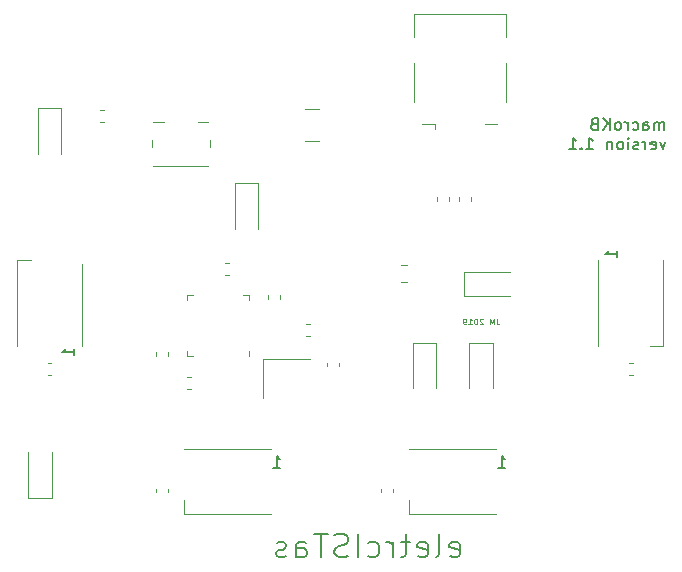
<source format=gbo>
G04 #@! TF.GenerationSoftware,KiCad,Pcbnew,5.1.2-f72e74a~84~ubuntu18.04.1*
G04 #@! TF.CreationDate,2019-07-07T22:09:53+01:00*
G04 #@! TF.ProjectId,macro-kb,6d616372-6f2d-46b6-922e-6b696361645f,rev?*
G04 #@! TF.SameCoordinates,Original*
G04 #@! TF.FileFunction,Legend,Bot*
G04 #@! TF.FilePolarity,Positive*
%FSLAX46Y46*%
G04 Gerber Fmt 4.6, Leading zero omitted, Abs format (unit mm)*
G04 Created by KiCad (PCBNEW 5.1.2-f72e74a~84~ubuntu18.04.1) date 2019-07-07 22:09:53*
%MOMM*%
%LPD*%
G04 APERTURE LIST*
%ADD10C,0.150000*%
%ADD11C,0.125000*%
%ADD12C,0.120000*%
%ADD13C,1.802000*%
%ADD14C,4.102000*%
%ADD15C,2.302000*%
%ADD16C,3.302000*%
%ADD17C,0.100000*%
%ADD18C,0.977000*%
%ADD19C,0.692000*%
%ADD20C,1.077000*%
%ADD21C,0.352000*%
%ADD22C,3.202000*%
%ADD23C,1.102000*%
%ADD24R,2.102000X1.802000*%
%ADD25R,0.602000X2.102000*%
%ADD26R,1.502000X1.302000*%
%ADD27R,1.652000X1.102000*%
%ADD28C,0.852000*%
%ADD29C,1.352000*%
%ADD30R,1.102000X1.602000*%
%ADD31R,1.602000X1.102000*%
%ADD32R,1.202000X1.202000*%
G04 APERTURE END LIST*
D10*
X161462404Y-85066630D02*
X161462404Y-84399964D01*
X161462404Y-84495202D02*
X161414785Y-84447583D01*
X161319547Y-84399964D01*
X161176690Y-84399964D01*
X161081452Y-84447583D01*
X161033833Y-84542821D01*
X161033833Y-85066630D01*
X161033833Y-84542821D02*
X160986214Y-84447583D01*
X160890976Y-84399964D01*
X160748119Y-84399964D01*
X160652880Y-84447583D01*
X160605261Y-84542821D01*
X160605261Y-85066630D01*
X159700500Y-85066630D02*
X159700500Y-84542821D01*
X159748119Y-84447583D01*
X159843357Y-84399964D01*
X160033833Y-84399964D01*
X160129071Y-84447583D01*
X159700500Y-85019011D02*
X159795738Y-85066630D01*
X160033833Y-85066630D01*
X160129071Y-85019011D01*
X160176690Y-84923773D01*
X160176690Y-84828535D01*
X160129071Y-84733297D01*
X160033833Y-84685678D01*
X159795738Y-84685678D01*
X159700500Y-84638059D01*
X158795738Y-85019011D02*
X158890976Y-85066630D01*
X159081452Y-85066630D01*
X159176690Y-85019011D01*
X159224309Y-84971392D01*
X159271928Y-84876154D01*
X159271928Y-84590440D01*
X159224309Y-84495202D01*
X159176690Y-84447583D01*
X159081452Y-84399964D01*
X158890976Y-84399964D01*
X158795738Y-84447583D01*
X158367166Y-85066630D02*
X158367166Y-84399964D01*
X158367166Y-84590440D02*
X158319547Y-84495202D01*
X158271928Y-84447583D01*
X158176690Y-84399964D01*
X158081452Y-84399964D01*
X157605261Y-85066630D02*
X157700500Y-85019011D01*
X157748119Y-84971392D01*
X157795738Y-84876154D01*
X157795738Y-84590440D01*
X157748119Y-84495202D01*
X157700500Y-84447583D01*
X157605261Y-84399964D01*
X157462404Y-84399964D01*
X157367166Y-84447583D01*
X157319547Y-84495202D01*
X157271928Y-84590440D01*
X157271928Y-84876154D01*
X157319547Y-84971392D01*
X157367166Y-85019011D01*
X157462404Y-85066630D01*
X157605261Y-85066630D01*
X156843357Y-85066630D02*
X156843357Y-84066630D01*
X156271928Y-85066630D02*
X156700500Y-84495202D01*
X156271928Y-84066630D02*
X156843357Y-84638059D01*
X155510023Y-84542821D02*
X155367166Y-84590440D01*
X155319547Y-84638059D01*
X155271928Y-84733297D01*
X155271928Y-84876154D01*
X155319547Y-84971392D01*
X155367166Y-85019011D01*
X155462404Y-85066630D01*
X155843357Y-85066630D01*
X155843357Y-84066630D01*
X155510023Y-84066630D01*
X155414785Y-84114250D01*
X155367166Y-84161869D01*
X155319547Y-84257107D01*
X155319547Y-84352345D01*
X155367166Y-84447583D01*
X155414785Y-84495202D01*
X155510023Y-84542821D01*
X155843357Y-84542821D01*
X161557642Y-86049964D02*
X161319547Y-86716630D01*
X161081452Y-86049964D01*
X160319547Y-86669011D02*
X160414785Y-86716630D01*
X160605261Y-86716630D01*
X160700500Y-86669011D01*
X160748119Y-86573773D01*
X160748119Y-86192821D01*
X160700500Y-86097583D01*
X160605261Y-86049964D01*
X160414785Y-86049964D01*
X160319547Y-86097583D01*
X160271928Y-86192821D01*
X160271928Y-86288059D01*
X160748119Y-86383297D01*
X159843357Y-86716630D02*
X159843357Y-86049964D01*
X159843357Y-86240440D02*
X159795738Y-86145202D01*
X159748119Y-86097583D01*
X159652880Y-86049964D01*
X159557642Y-86049964D01*
X159271928Y-86669011D02*
X159176690Y-86716630D01*
X158986214Y-86716630D01*
X158890976Y-86669011D01*
X158843357Y-86573773D01*
X158843357Y-86526154D01*
X158890976Y-86430916D01*
X158986214Y-86383297D01*
X159129071Y-86383297D01*
X159224309Y-86335678D01*
X159271928Y-86240440D01*
X159271928Y-86192821D01*
X159224309Y-86097583D01*
X159129071Y-86049964D01*
X158986214Y-86049964D01*
X158890976Y-86097583D01*
X158414785Y-86716630D02*
X158414785Y-86049964D01*
X158414785Y-85716630D02*
X158462404Y-85764250D01*
X158414785Y-85811869D01*
X158367166Y-85764250D01*
X158414785Y-85716630D01*
X158414785Y-85811869D01*
X157795738Y-86716630D02*
X157890976Y-86669011D01*
X157938595Y-86621392D01*
X157986214Y-86526154D01*
X157986214Y-86240440D01*
X157938595Y-86145202D01*
X157890976Y-86097583D01*
X157795738Y-86049964D01*
X157652880Y-86049964D01*
X157557642Y-86097583D01*
X157510023Y-86145202D01*
X157462404Y-86240440D01*
X157462404Y-86526154D01*
X157510023Y-86621392D01*
X157557642Y-86669011D01*
X157652880Y-86716630D01*
X157795738Y-86716630D01*
X157033833Y-86049964D02*
X157033833Y-86716630D01*
X157033833Y-86145202D02*
X156986214Y-86097583D01*
X156890976Y-86049964D01*
X156748119Y-86049964D01*
X156652880Y-86097583D01*
X156605261Y-86192821D01*
X156605261Y-86716630D01*
X154843357Y-86716630D02*
X155414785Y-86716630D01*
X155129071Y-86716630D02*
X155129071Y-85716630D01*
X155224309Y-85859488D01*
X155319547Y-85954726D01*
X155414785Y-86002345D01*
X154414785Y-86621392D02*
X154367166Y-86669011D01*
X154414785Y-86716630D01*
X154462404Y-86669011D01*
X154414785Y-86621392D01*
X154414785Y-86716630D01*
X153414785Y-86716630D02*
X153986214Y-86716630D01*
X153700500Y-86716630D02*
X153700500Y-85716630D01*
X153795738Y-85859488D01*
X153890976Y-85954726D01*
X153986214Y-86002345D01*
D11*
X147280142Y-101040440D02*
X147280142Y-101397583D01*
X147303952Y-101469011D01*
X147351571Y-101516630D01*
X147423000Y-101540440D01*
X147470619Y-101540440D01*
X147042047Y-101540440D02*
X147042047Y-101040440D01*
X146875380Y-101397583D01*
X146708714Y-101040440D01*
X146708714Y-101540440D01*
X146113476Y-101088059D02*
X146089666Y-101064250D01*
X146042047Y-101040440D01*
X145923000Y-101040440D01*
X145875380Y-101064250D01*
X145851571Y-101088059D01*
X145827761Y-101135678D01*
X145827761Y-101183297D01*
X145851571Y-101254726D01*
X146137285Y-101540440D01*
X145827761Y-101540440D01*
X145518238Y-101040440D02*
X145470619Y-101040440D01*
X145423000Y-101064250D01*
X145399190Y-101088059D01*
X145375380Y-101135678D01*
X145351571Y-101230916D01*
X145351571Y-101349964D01*
X145375380Y-101445202D01*
X145399190Y-101492821D01*
X145423000Y-101516630D01*
X145470619Y-101540440D01*
X145518238Y-101540440D01*
X145565857Y-101516630D01*
X145589666Y-101492821D01*
X145613476Y-101445202D01*
X145637285Y-101349964D01*
X145637285Y-101230916D01*
X145613476Y-101135678D01*
X145589666Y-101088059D01*
X145565857Y-101064250D01*
X145518238Y-101040440D01*
X144875380Y-101540440D02*
X145161095Y-101540440D01*
X145018238Y-101540440D02*
X145018238Y-101040440D01*
X145065857Y-101111869D01*
X145113476Y-101159488D01*
X145161095Y-101183297D01*
X144637285Y-101540440D02*
X144542047Y-101540440D01*
X144494428Y-101516630D01*
X144470619Y-101492821D01*
X144423000Y-101421392D01*
X144399190Y-101326154D01*
X144399190Y-101135678D01*
X144423000Y-101088059D01*
X144446809Y-101064250D01*
X144494428Y-101040440D01*
X144589666Y-101040440D01*
X144637285Y-101064250D01*
X144661095Y-101088059D01*
X144684904Y-101135678D01*
X144684904Y-101254726D01*
X144661095Y-101302345D01*
X144637285Y-101326154D01*
X144589666Y-101349964D01*
X144494428Y-101349964D01*
X144446809Y-101326154D01*
X144423000Y-101302345D01*
X144399190Y-101254726D01*
D10*
X143350380Y-121173773D02*
X143540857Y-121269011D01*
X143921809Y-121269011D01*
X144112285Y-121173773D01*
X144207523Y-120983297D01*
X144207523Y-120221392D01*
X144112285Y-120030916D01*
X143921809Y-119935678D01*
X143540857Y-119935678D01*
X143350380Y-120030916D01*
X143255142Y-120221392D01*
X143255142Y-120411869D01*
X144207523Y-120602345D01*
X142112285Y-121269011D02*
X142302761Y-121173773D01*
X142398000Y-120983297D01*
X142398000Y-119269011D01*
X140588476Y-121173773D02*
X140778952Y-121269011D01*
X141159904Y-121269011D01*
X141350380Y-121173773D01*
X141445619Y-120983297D01*
X141445619Y-120221392D01*
X141350380Y-120030916D01*
X141159904Y-119935678D01*
X140778952Y-119935678D01*
X140588476Y-120030916D01*
X140493238Y-120221392D01*
X140493238Y-120411869D01*
X141445619Y-120602345D01*
X139921809Y-119935678D02*
X139159904Y-119935678D01*
X139636095Y-119269011D02*
X139636095Y-120983297D01*
X139540857Y-121173773D01*
X139350380Y-121269011D01*
X139159904Y-121269011D01*
X138493238Y-121269011D02*
X138493238Y-119935678D01*
X138493238Y-120316630D02*
X138398000Y-120126154D01*
X138302761Y-120030916D01*
X138112285Y-119935678D01*
X137921809Y-119935678D01*
X136398000Y-121173773D02*
X136588476Y-121269011D01*
X136969428Y-121269011D01*
X137159904Y-121173773D01*
X137255142Y-121078535D01*
X137350380Y-120888059D01*
X137350380Y-120316630D01*
X137255142Y-120126154D01*
X137159904Y-120030916D01*
X136969428Y-119935678D01*
X136588476Y-119935678D01*
X136398000Y-120030916D01*
X135540857Y-121269011D02*
X135540857Y-119269011D01*
X134683714Y-121173773D02*
X134398000Y-121269011D01*
X133921809Y-121269011D01*
X133731333Y-121173773D01*
X133636095Y-121078535D01*
X133540857Y-120888059D01*
X133540857Y-120697583D01*
X133636095Y-120507107D01*
X133731333Y-120411869D01*
X133921809Y-120316630D01*
X134302761Y-120221392D01*
X134493238Y-120126154D01*
X134588476Y-120030916D01*
X134683714Y-119840440D01*
X134683714Y-119649964D01*
X134588476Y-119459488D01*
X134493238Y-119364250D01*
X134302761Y-119269011D01*
X133826571Y-119269011D01*
X133540857Y-119364250D01*
X132969428Y-119269011D02*
X131826571Y-119269011D01*
X132398000Y-121269011D02*
X132398000Y-119269011D01*
X130302761Y-121269011D02*
X130302761Y-120221392D01*
X130398000Y-120030916D01*
X130588476Y-119935678D01*
X130969428Y-119935678D01*
X131159904Y-120030916D01*
X130302761Y-121173773D02*
X130493238Y-121269011D01*
X130969428Y-121269011D01*
X131159904Y-121173773D01*
X131255142Y-120983297D01*
X131255142Y-120792821D01*
X131159904Y-120602345D01*
X130969428Y-120507107D01*
X130493238Y-120507107D01*
X130302761Y-120411869D01*
X129445619Y-121173773D02*
X129255142Y-121269011D01*
X128874190Y-121269011D01*
X128683714Y-121173773D01*
X128588476Y-120983297D01*
X128588476Y-120888059D01*
X128683714Y-120697583D01*
X128874190Y-120602345D01*
X129159904Y-120602345D01*
X129350380Y-120507107D01*
X129445619Y-120316630D01*
X129445619Y-120221392D01*
X129350380Y-120030916D01*
X129159904Y-119935678D01*
X128874190Y-119935678D01*
X128683714Y-120030916D01*
D12*
X127918750Y-99081471D02*
X127918750Y-99407029D01*
X128938750Y-99081471D02*
X128938750Y-99407029D01*
X121416029Y-106967750D02*
X121090471Y-106967750D01*
X121416029Y-105947750D02*
X121090471Y-105947750D01*
X139138922Y-96540250D02*
X139656078Y-96540250D01*
X139138922Y-97960250D02*
X139656078Y-97960250D01*
X124297221Y-96359250D02*
X124622779Y-96359250D01*
X124297221Y-97379250D02*
X124622779Y-97379250D01*
X144111250Y-91088529D02*
X144111250Y-90762971D01*
X145131250Y-91088529D02*
X145131250Y-90762971D01*
X143226250Y-91088529D02*
X143226250Y-90762971D01*
X142206250Y-91088529D02*
X142206250Y-90762971D01*
X118393750Y-104182029D02*
X118393750Y-103856471D01*
X119413750Y-104182029D02*
X119413750Y-103856471D01*
X126276250Y-103766750D02*
X126276250Y-104241750D01*
X121056250Y-99021750D02*
X121531250Y-99021750D01*
X121056250Y-99496750D02*
X121056250Y-99021750D01*
X121056250Y-104241750D02*
X121531250Y-104241750D01*
X121056250Y-103766750D02*
X121056250Y-104241750D01*
X126276250Y-99021750D02*
X125801250Y-99021750D01*
X126276250Y-99496750D02*
X126276250Y-99021750D01*
X140235000Y-75274750D02*
X140235000Y-77224750D01*
X140235000Y-79444750D02*
X140235000Y-82674750D01*
X140955000Y-84594750D02*
X142035000Y-84594750D01*
X146255000Y-84594750D02*
X147335000Y-84594750D01*
X148055000Y-79444750D02*
X148055000Y-82674750D01*
X148055000Y-75274750D02*
X148055000Y-77224750D01*
X142035000Y-84594750D02*
X142035000Y-85024750D01*
X148055000Y-75274750D02*
X140235000Y-75274750D01*
X127508250Y-107726750D02*
X127508250Y-104426750D01*
X127508250Y-104426750D02*
X131508250Y-104426750D01*
X131123471Y-102522750D02*
X131449029Y-102522750D01*
X131123471Y-101502750D02*
X131449029Y-101502750D01*
X132935250Y-105096529D02*
X132935250Y-104770971D01*
X133955250Y-105096529D02*
X133955250Y-104770971D01*
X118173000Y-84383000D02*
X119098000Y-84383000D01*
X118173000Y-88083000D02*
X122873000Y-88083000D01*
X122973000Y-86508000D02*
X122973000Y-85958000D01*
X118073000Y-86508000D02*
X118073000Y-85958000D01*
X121948000Y-84383000D02*
X122873000Y-84383000D01*
X158460221Y-105793000D02*
X158785779Y-105793000D01*
X158460221Y-104773000D02*
X158785779Y-104773000D01*
X138495500Y-115438971D02*
X138495500Y-115764529D01*
X137475500Y-115438971D02*
X137475500Y-115764529D01*
X118425500Y-115438971D02*
X118425500Y-115764529D01*
X119445500Y-115438971D02*
X119445500Y-115764529D01*
X109573279Y-105793000D02*
X109247721Y-105793000D01*
X109573279Y-104773000D02*
X109247721Y-104773000D01*
X132237564Y-83285500D02*
X131033436Y-83285500D01*
X132237564Y-86005500D02*
X131033436Y-86005500D01*
X161373000Y-103376750D02*
X160223000Y-103376750D01*
X161373000Y-96076750D02*
X161373000Y-103376750D01*
X155873000Y-96076750D02*
X155873000Y-103376750D01*
X139891750Y-117558000D02*
X139891750Y-116408000D01*
X147191750Y-117558000D02*
X139891750Y-117558000D01*
X147191750Y-112058000D02*
X139891750Y-112058000D01*
X120841750Y-117558000D02*
X120841750Y-116408000D01*
X128141750Y-117558000D02*
X120841750Y-117558000D01*
X128141750Y-112058000D02*
X120841750Y-112058000D01*
X112160500Y-103376750D02*
X112160500Y-96076750D01*
X106660500Y-103376750D02*
X106660500Y-96076750D01*
X106660500Y-96076750D02*
X107810500Y-96076750D01*
X108410500Y-83239250D02*
X108410500Y-87089250D01*
X110410500Y-83239250D02*
X110410500Y-87089250D01*
X108410500Y-83239250D02*
X110410500Y-83239250D01*
X125079250Y-89589250D02*
X127079250Y-89589250D01*
X127079250Y-89589250D02*
X127079250Y-93439250D01*
X125079250Y-89589250D02*
X125079250Y-93439250D01*
X144516750Y-99139250D02*
X144516750Y-97139250D01*
X144516750Y-97139250D02*
X148366750Y-97139250D01*
X144516750Y-99139250D02*
X148366750Y-99139250D01*
X109616750Y-116214250D02*
X109616750Y-112364250D01*
X107616750Y-116214250D02*
X107616750Y-112364250D01*
X109616750Y-116214250D02*
X107616750Y-116214250D01*
X140160500Y-103083000D02*
X142160500Y-103083000D01*
X142160500Y-103083000D02*
X142160500Y-106933000D01*
X140160500Y-103083000D02*
X140160500Y-106933000D01*
X144923000Y-103083000D02*
X144923000Y-106933000D01*
X146923000Y-103083000D02*
X146923000Y-106933000D01*
X144923000Y-103083000D02*
X146923000Y-103083000D01*
X114050029Y-84361750D02*
X113724471Y-84361750D01*
X114050029Y-83341750D02*
X113724471Y-83341750D01*
D10*
X157475380Y-95862464D02*
X157475380Y-95291035D01*
X157475380Y-95576750D02*
X156475380Y-95576750D01*
X156618238Y-95481511D01*
X156713476Y-95386273D01*
X156761095Y-95291035D01*
X147406035Y-113660380D02*
X147977464Y-113660380D01*
X147691750Y-113660380D02*
X147691750Y-112660380D01*
X147786988Y-112803238D01*
X147882226Y-112898476D01*
X147977464Y-112946095D01*
X128356035Y-113660380D02*
X128927464Y-113660380D01*
X128641750Y-113660380D02*
X128641750Y-112660380D01*
X128736988Y-112803238D01*
X128832226Y-112898476D01*
X128927464Y-112946095D01*
X111462880Y-104162464D02*
X111462880Y-103591035D01*
X111462880Y-103876750D02*
X110462880Y-103876750D01*
X110605738Y-103781511D01*
X110700976Y-103686273D01*
X110748595Y-103591035D01*
%LPC*%
D13*
X128905000Y-90201750D03*
X139065000Y-90201750D03*
D14*
X133985000Y-90201750D03*
D15*
X137795000Y-92741750D03*
X131445000Y-95281750D03*
D16*
X104648000Y-119570500D03*
X163385500Y-119570500D03*
X163385500Y-79883000D03*
X104648000Y-79883000D03*
D17*
G36*
X128734441Y-97969426D02*
G01*
X128758151Y-97972943D01*
X128781402Y-97978767D01*
X128803970Y-97986842D01*
X128825639Y-97997091D01*
X128846198Y-98009414D01*
X128865451Y-98023692D01*
X128883211Y-98039789D01*
X128899308Y-98057549D01*
X128913586Y-98076802D01*
X128925909Y-98097361D01*
X128936158Y-98119030D01*
X128944233Y-98141598D01*
X128950057Y-98164849D01*
X128953574Y-98188559D01*
X128954750Y-98212500D01*
X128954750Y-98701000D01*
X128953574Y-98724941D01*
X128950057Y-98748651D01*
X128944233Y-98771902D01*
X128936158Y-98794470D01*
X128925909Y-98816139D01*
X128913586Y-98836698D01*
X128899308Y-98855951D01*
X128883211Y-98873711D01*
X128865451Y-98889808D01*
X128846198Y-98904086D01*
X128825639Y-98916409D01*
X128803970Y-98926658D01*
X128781402Y-98934733D01*
X128758151Y-98940557D01*
X128734441Y-98944074D01*
X128710500Y-98945250D01*
X128147000Y-98945250D01*
X128123059Y-98944074D01*
X128099349Y-98940557D01*
X128076098Y-98934733D01*
X128053530Y-98926658D01*
X128031861Y-98916409D01*
X128011302Y-98904086D01*
X127992049Y-98889808D01*
X127974289Y-98873711D01*
X127958192Y-98855951D01*
X127943914Y-98836698D01*
X127931591Y-98816139D01*
X127921342Y-98794470D01*
X127913267Y-98771902D01*
X127907443Y-98748651D01*
X127903926Y-98724941D01*
X127902750Y-98701000D01*
X127902750Y-98212500D01*
X127903926Y-98188559D01*
X127907443Y-98164849D01*
X127913267Y-98141598D01*
X127921342Y-98119030D01*
X127931591Y-98097361D01*
X127943914Y-98076802D01*
X127958192Y-98057549D01*
X127974289Y-98039789D01*
X127992049Y-98023692D01*
X128011302Y-98009414D01*
X128031861Y-97997091D01*
X128053530Y-97986842D01*
X128076098Y-97978767D01*
X128099349Y-97972943D01*
X128123059Y-97969426D01*
X128147000Y-97968250D01*
X128710500Y-97968250D01*
X128734441Y-97969426D01*
X128734441Y-97969426D01*
G37*
D18*
X128428750Y-98456750D03*
D17*
G36*
X128734441Y-99544426D02*
G01*
X128758151Y-99547943D01*
X128781402Y-99553767D01*
X128803970Y-99561842D01*
X128825639Y-99572091D01*
X128846198Y-99584414D01*
X128865451Y-99598692D01*
X128883211Y-99614789D01*
X128899308Y-99632549D01*
X128913586Y-99651802D01*
X128925909Y-99672361D01*
X128936158Y-99694030D01*
X128944233Y-99716598D01*
X128950057Y-99739849D01*
X128953574Y-99763559D01*
X128954750Y-99787500D01*
X128954750Y-100276000D01*
X128953574Y-100299941D01*
X128950057Y-100323651D01*
X128944233Y-100346902D01*
X128936158Y-100369470D01*
X128925909Y-100391139D01*
X128913586Y-100411698D01*
X128899308Y-100430951D01*
X128883211Y-100448711D01*
X128865451Y-100464808D01*
X128846198Y-100479086D01*
X128825639Y-100491409D01*
X128803970Y-100501658D01*
X128781402Y-100509733D01*
X128758151Y-100515557D01*
X128734441Y-100519074D01*
X128710500Y-100520250D01*
X128147000Y-100520250D01*
X128123059Y-100519074D01*
X128099349Y-100515557D01*
X128076098Y-100509733D01*
X128053530Y-100501658D01*
X128031861Y-100491409D01*
X128011302Y-100479086D01*
X127992049Y-100464808D01*
X127974289Y-100448711D01*
X127958192Y-100430951D01*
X127943914Y-100411698D01*
X127931591Y-100391139D01*
X127921342Y-100369470D01*
X127913267Y-100346902D01*
X127907443Y-100323651D01*
X127903926Y-100299941D01*
X127902750Y-100276000D01*
X127902750Y-99787500D01*
X127903926Y-99763559D01*
X127907443Y-99739849D01*
X127913267Y-99716598D01*
X127921342Y-99694030D01*
X127931591Y-99672361D01*
X127943914Y-99651802D01*
X127958192Y-99632549D01*
X127974289Y-99614789D01*
X127992049Y-99598692D01*
X128011302Y-99584414D01*
X128031861Y-99572091D01*
X128053530Y-99561842D01*
X128076098Y-99553767D01*
X128099349Y-99547943D01*
X128123059Y-99544426D01*
X128147000Y-99543250D01*
X128710500Y-99543250D01*
X128734441Y-99544426D01*
X128734441Y-99544426D01*
G37*
D18*
X128428750Y-100031750D03*
D17*
G36*
X129215207Y-102025583D02*
G01*
X129232001Y-102028074D01*
X129248469Y-102032199D01*
X129264454Y-102037919D01*
X129279802Y-102045178D01*
X129294364Y-102053906D01*
X129308000Y-102064019D01*
X129320579Y-102075421D01*
X129331981Y-102088000D01*
X129342094Y-102101636D01*
X129350822Y-102116198D01*
X129358081Y-102131546D01*
X129363801Y-102147531D01*
X129367926Y-102163999D01*
X129370417Y-102180793D01*
X129371250Y-102197750D01*
X129371250Y-102543750D01*
X129370417Y-102560707D01*
X129367926Y-102577501D01*
X129363801Y-102593969D01*
X129358081Y-102609954D01*
X129350822Y-102625302D01*
X129342094Y-102639864D01*
X129331981Y-102653500D01*
X129320579Y-102666079D01*
X129308000Y-102677481D01*
X129294364Y-102687594D01*
X129279802Y-102696322D01*
X129264454Y-102703581D01*
X129248469Y-102709301D01*
X129232001Y-102713426D01*
X129215207Y-102715917D01*
X129198250Y-102716750D01*
X128802250Y-102716750D01*
X128785293Y-102715917D01*
X128768499Y-102713426D01*
X128752031Y-102709301D01*
X128736046Y-102703581D01*
X128720698Y-102696322D01*
X128706136Y-102687594D01*
X128692500Y-102677481D01*
X128679921Y-102666079D01*
X128668519Y-102653500D01*
X128658406Y-102639864D01*
X128649678Y-102625302D01*
X128642419Y-102609954D01*
X128636699Y-102593969D01*
X128632574Y-102577501D01*
X128630083Y-102560707D01*
X128629250Y-102543750D01*
X128629250Y-102197750D01*
X128630083Y-102180793D01*
X128632574Y-102163999D01*
X128636699Y-102147531D01*
X128642419Y-102131546D01*
X128649678Y-102116198D01*
X128658406Y-102101636D01*
X128668519Y-102088000D01*
X128679921Y-102075421D01*
X128692500Y-102064019D01*
X128706136Y-102053906D01*
X128720698Y-102045178D01*
X128736046Y-102037919D01*
X128752031Y-102032199D01*
X128768499Y-102028074D01*
X128785293Y-102025583D01*
X128802250Y-102024750D01*
X129198250Y-102024750D01*
X129215207Y-102025583D01*
X129215207Y-102025583D01*
G37*
D19*
X129000250Y-102370750D03*
D17*
G36*
X129215207Y-101055583D02*
G01*
X129232001Y-101058074D01*
X129248469Y-101062199D01*
X129264454Y-101067919D01*
X129279802Y-101075178D01*
X129294364Y-101083906D01*
X129308000Y-101094019D01*
X129320579Y-101105421D01*
X129331981Y-101118000D01*
X129342094Y-101131636D01*
X129350822Y-101146198D01*
X129358081Y-101161546D01*
X129363801Y-101177531D01*
X129367926Y-101193999D01*
X129370417Y-101210793D01*
X129371250Y-101227750D01*
X129371250Y-101573750D01*
X129370417Y-101590707D01*
X129367926Y-101607501D01*
X129363801Y-101623969D01*
X129358081Y-101639954D01*
X129350822Y-101655302D01*
X129342094Y-101669864D01*
X129331981Y-101683500D01*
X129320579Y-101696079D01*
X129308000Y-101707481D01*
X129294364Y-101717594D01*
X129279802Y-101726322D01*
X129264454Y-101733581D01*
X129248469Y-101739301D01*
X129232001Y-101743426D01*
X129215207Y-101745917D01*
X129198250Y-101746750D01*
X128802250Y-101746750D01*
X128785293Y-101745917D01*
X128768499Y-101743426D01*
X128752031Y-101739301D01*
X128736046Y-101733581D01*
X128720698Y-101726322D01*
X128706136Y-101717594D01*
X128692500Y-101707481D01*
X128679921Y-101696079D01*
X128668519Y-101683500D01*
X128658406Y-101669864D01*
X128649678Y-101655302D01*
X128642419Y-101639954D01*
X128636699Y-101623969D01*
X128632574Y-101607501D01*
X128630083Y-101590707D01*
X128629250Y-101573750D01*
X128629250Y-101227750D01*
X128630083Y-101210793D01*
X128632574Y-101193999D01*
X128636699Y-101177531D01*
X128642419Y-101161546D01*
X128649678Y-101146198D01*
X128658406Y-101131636D01*
X128668519Y-101118000D01*
X128679921Y-101105421D01*
X128692500Y-101094019D01*
X128706136Y-101083906D01*
X128720698Y-101075178D01*
X128736046Y-101067919D01*
X128752031Y-101062199D01*
X128768499Y-101058074D01*
X128785293Y-101055583D01*
X128802250Y-101054750D01*
X129198250Y-101054750D01*
X129215207Y-101055583D01*
X129215207Y-101055583D01*
G37*
D19*
X129000250Y-101400750D03*
D17*
G36*
X124849207Y-106214583D02*
G01*
X124866001Y-106217074D01*
X124882469Y-106221199D01*
X124898454Y-106226919D01*
X124913802Y-106234178D01*
X124928364Y-106242906D01*
X124942000Y-106253019D01*
X124954579Y-106264421D01*
X124965981Y-106277000D01*
X124976094Y-106290636D01*
X124984822Y-106305198D01*
X124992081Y-106320546D01*
X124997801Y-106336531D01*
X125001926Y-106352999D01*
X125004417Y-106369793D01*
X125005250Y-106386750D01*
X125005250Y-106782750D01*
X125004417Y-106799707D01*
X125001926Y-106816501D01*
X124997801Y-106832969D01*
X124992081Y-106848954D01*
X124984822Y-106864302D01*
X124976094Y-106878864D01*
X124965981Y-106892500D01*
X124954579Y-106905079D01*
X124942000Y-106916481D01*
X124928364Y-106926594D01*
X124913802Y-106935322D01*
X124898454Y-106942581D01*
X124882469Y-106948301D01*
X124866001Y-106952426D01*
X124849207Y-106954917D01*
X124832250Y-106955750D01*
X124486250Y-106955750D01*
X124469293Y-106954917D01*
X124452499Y-106952426D01*
X124436031Y-106948301D01*
X124420046Y-106942581D01*
X124404698Y-106935322D01*
X124390136Y-106926594D01*
X124376500Y-106916481D01*
X124363921Y-106905079D01*
X124352519Y-106892500D01*
X124342406Y-106878864D01*
X124333678Y-106864302D01*
X124326419Y-106848954D01*
X124320699Y-106832969D01*
X124316574Y-106816501D01*
X124314083Y-106799707D01*
X124313250Y-106782750D01*
X124313250Y-106386750D01*
X124314083Y-106369793D01*
X124316574Y-106352999D01*
X124320699Y-106336531D01*
X124326419Y-106320546D01*
X124333678Y-106305198D01*
X124342406Y-106290636D01*
X124352519Y-106277000D01*
X124363921Y-106264421D01*
X124376500Y-106253019D01*
X124390136Y-106242906D01*
X124404698Y-106234178D01*
X124420046Y-106226919D01*
X124436031Y-106221199D01*
X124452499Y-106217074D01*
X124469293Y-106214583D01*
X124486250Y-106213750D01*
X124832250Y-106213750D01*
X124849207Y-106214583D01*
X124849207Y-106214583D01*
G37*
D19*
X124659250Y-106584750D03*
D17*
G36*
X123879207Y-106214583D02*
G01*
X123896001Y-106217074D01*
X123912469Y-106221199D01*
X123928454Y-106226919D01*
X123943802Y-106234178D01*
X123958364Y-106242906D01*
X123972000Y-106253019D01*
X123984579Y-106264421D01*
X123995981Y-106277000D01*
X124006094Y-106290636D01*
X124014822Y-106305198D01*
X124022081Y-106320546D01*
X124027801Y-106336531D01*
X124031926Y-106352999D01*
X124034417Y-106369793D01*
X124035250Y-106386750D01*
X124035250Y-106782750D01*
X124034417Y-106799707D01*
X124031926Y-106816501D01*
X124027801Y-106832969D01*
X124022081Y-106848954D01*
X124014822Y-106864302D01*
X124006094Y-106878864D01*
X123995981Y-106892500D01*
X123984579Y-106905079D01*
X123972000Y-106916481D01*
X123958364Y-106926594D01*
X123943802Y-106935322D01*
X123928454Y-106942581D01*
X123912469Y-106948301D01*
X123896001Y-106952426D01*
X123879207Y-106954917D01*
X123862250Y-106955750D01*
X123516250Y-106955750D01*
X123499293Y-106954917D01*
X123482499Y-106952426D01*
X123466031Y-106948301D01*
X123450046Y-106942581D01*
X123434698Y-106935322D01*
X123420136Y-106926594D01*
X123406500Y-106916481D01*
X123393921Y-106905079D01*
X123382519Y-106892500D01*
X123372406Y-106878864D01*
X123363678Y-106864302D01*
X123356419Y-106848954D01*
X123350699Y-106832969D01*
X123346574Y-106816501D01*
X123344083Y-106799707D01*
X123343250Y-106782750D01*
X123343250Y-106386750D01*
X123344083Y-106369793D01*
X123346574Y-106352999D01*
X123350699Y-106336531D01*
X123356419Y-106320546D01*
X123363678Y-106305198D01*
X123372406Y-106290636D01*
X123382519Y-106277000D01*
X123393921Y-106264421D01*
X123406500Y-106253019D01*
X123420136Y-106242906D01*
X123434698Y-106234178D01*
X123450046Y-106226919D01*
X123466031Y-106221199D01*
X123482499Y-106217074D01*
X123499293Y-106214583D01*
X123516250Y-106213750D01*
X123862250Y-106213750D01*
X123879207Y-106214583D01*
X123879207Y-106214583D01*
G37*
D19*
X123689250Y-106584750D03*
D17*
G36*
X120733941Y-105932926D02*
G01*
X120757651Y-105936443D01*
X120780902Y-105942267D01*
X120803470Y-105950342D01*
X120825139Y-105960591D01*
X120845698Y-105972914D01*
X120864951Y-105987192D01*
X120882711Y-106003289D01*
X120898808Y-106021049D01*
X120913086Y-106040302D01*
X120925409Y-106060861D01*
X120935658Y-106082530D01*
X120943733Y-106105098D01*
X120949557Y-106128349D01*
X120953074Y-106152059D01*
X120954250Y-106176000D01*
X120954250Y-106739500D01*
X120953074Y-106763441D01*
X120949557Y-106787151D01*
X120943733Y-106810402D01*
X120935658Y-106832970D01*
X120925409Y-106854639D01*
X120913086Y-106875198D01*
X120898808Y-106894451D01*
X120882711Y-106912211D01*
X120864951Y-106928308D01*
X120845698Y-106942586D01*
X120825139Y-106954909D01*
X120803470Y-106965158D01*
X120780902Y-106973233D01*
X120757651Y-106979057D01*
X120733941Y-106982574D01*
X120710000Y-106983750D01*
X120221500Y-106983750D01*
X120197559Y-106982574D01*
X120173849Y-106979057D01*
X120150598Y-106973233D01*
X120128030Y-106965158D01*
X120106361Y-106954909D01*
X120085802Y-106942586D01*
X120066549Y-106928308D01*
X120048789Y-106912211D01*
X120032692Y-106894451D01*
X120018414Y-106875198D01*
X120006091Y-106854639D01*
X119995842Y-106832970D01*
X119987767Y-106810402D01*
X119981943Y-106787151D01*
X119978426Y-106763441D01*
X119977250Y-106739500D01*
X119977250Y-106176000D01*
X119978426Y-106152059D01*
X119981943Y-106128349D01*
X119987767Y-106105098D01*
X119995842Y-106082530D01*
X120006091Y-106060861D01*
X120018414Y-106040302D01*
X120032692Y-106021049D01*
X120048789Y-106003289D01*
X120066549Y-105987192D01*
X120085802Y-105972914D01*
X120106361Y-105960591D01*
X120128030Y-105950342D01*
X120150598Y-105942267D01*
X120173849Y-105936443D01*
X120197559Y-105932926D01*
X120221500Y-105931750D01*
X120710000Y-105931750D01*
X120733941Y-105932926D01*
X120733941Y-105932926D01*
G37*
D18*
X120465750Y-106457750D03*
D17*
G36*
X122308941Y-105932926D02*
G01*
X122332651Y-105936443D01*
X122355902Y-105942267D01*
X122378470Y-105950342D01*
X122400139Y-105960591D01*
X122420698Y-105972914D01*
X122439951Y-105987192D01*
X122457711Y-106003289D01*
X122473808Y-106021049D01*
X122488086Y-106040302D01*
X122500409Y-106060861D01*
X122510658Y-106082530D01*
X122518733Y-106105098D01*
X122524557Y-106128349D01*
X122528074Y-106152059D01*
X122529250Y-106176000D01*
X122529250Y-106739500D01*
X122528074Y-106763441D01*
X122524557Y-106787151D01*
X122518733Y-106810402D01*
X122510658Y-106832970D01*
X122500409Y-106854639D01*
X122488086Y-106875198D01*
X122473808Y-106894451D01*
X122457711Y-106912211D01*
X122439951Y-106928308D01*
X122420698Y-106942586D01*
X122400139Y-106954909D01*
X122378470Y-106965158D01*
X122355902Y-106973233D01*
X122332651Y-106979057D01*
X122308941Y-106982574D01*
X122285000Y-106983750D01*
X121796500Y-106983750D01*
X121772559Y-106982574D01*
X121748849Y-106979057D01*
X121725598Y-106973233D01*
X121703030Y-106965158D01*
X121681361Y-106954909D01*
X121660802Y-106942586D01*
X121641549Y-106928308D01*
X121623789Y-106912211D01*
X121607692Y-106894451D01*
X121593414Y-106875198D01*
X121581091Y-106854639D01*
X121570842Y-106832970D01*
X121562767Y-106810402D01*
X121556943Y-106787151D01*
X121553426Y-106763441D01*
X121552250Y-106739500D01*
X121552250Y-106176000D01*
X121553426Y-106152059D01*
X121556943Y-106128349D01*
X121562767Y-106105098D01*
X121570842Y-106082530D01*
X121581091Y-106060861D01*
X121593414Y-106040302D01*
X121607692Y-106021049D01*
X121623789Y-106003289D01*
X121641549Y-105987192D01*
X121660802Y-105972914D01*
X121681361Y-105960591D01*
X121703030Y-105950342D01*
X121725598Y-105942267D01*
X121748849Y-105936443D01*
X121772559Y-105932926D01*
X121796500Y-105931750D01*
X122285000Y-105931750D01*
X122308941Y-105932926D01*
X122308941Y-105932926D01*
G37*
D18*
X122040750Y-106457750D03*
D17*
G36*
X140630641Y-96500547D02*
G01*
X140656778Y-96504424D01*
X140682409Y-96510844D01*
X140707288Y-96519745D01*
X140731174Y-96531043D01*
X140753837Y-96544627D01*
X140775060Y-96560367D01*
X140794639Y-96578111D01*
X140812383Y-96597690D01*
X140828123Y-96618913D01*
X140841707Y-96641576D01*
X140853005Y-96665462D01*
X140861906Y-96690341D01*
X140868326Y-96715972D01*
X140872203Y-96742109D01*
X140873500Y-96768500D01*
X140873500Y-97732000D01*
X140872203Y-97758391D01*
X140868326Y-97784528D01*
X140861906Y-97810159D01*
X140853005Y-97835038D01*
X140841707Y-97858924D01*
X140828123Y-97881587D01*
X140812383Y-97902810D01*
X140794639Y-97922389D01*
X140775060Y-97940133D01*
X140753837Y-97955873D01*
X140731174Y-97969457D01*
X140707288Y-97980755D01*
X140682409Y-97989656D01*
X140656778Y-97996076D01*
X140630641Y-97999953D01*
X140604250Y-98001250D01*
X140065750Y-98001250D01*
X140039359Y-97999953D01*
X140013222Y-97996076D01*
X139987591Y-97989656D01*
X139962712Y-97980755D01*
X139938826Y-97969457D01*
X139916163Y-97955873D01*
X139894940Y-97940133D01*
X139875361Y-97922389D01*
X139857617Y-97902810D01*
X139841877Y-97881587D01*
X139828293Y-97858924D01*
X139816995Y-97835038D01*
X139808094Y-97810159D01*
X139801674Y-97784528D01*
X139797797Y-97758391D01*
X139796500Y-97732000D01*
X139796500Y-96768500D01*
X139797797Y-96742109D01*
X139801674Y-96715972D01*
X139808094Y-96690341D01*
X139816995Y-96665462D01*
X139828293Y-96641576D01*
X139841877Y-96618913D01*
X139857617Y-96597690D01*
X139875361Y-96578111D01*
X139894940Y-96560367D01*
X139916163Y-96544627D01*
X139938826Y-96531043D01*
X139962712Y-96519745D01*
X139987591Y-96510844D01*
X140013222Y-96504424D01*
X140039359Y-96500547D01*
X140065750Y-96499250D01*
X140604250Y-96499250D01*
X140630641Y-96500547D01*
X140630641Y-96500547D01*
G37*
D20*
X140335000Y-97250250D03*
D17*
G36*
X138755641Y-96500547D02*
G01*
X138781778Y-96504424D01*
X138807409Y-96510844D01*
X138832288Y-96519745D01*
X138856174Y-96531043D01*
X138878837Y-96544627D01*
X138900060Y-96560367D01*
X138919639Y-96578111D01*
X138937383Y-96597690D01*
X138953123Y-96618913D01*
X138966707Y-96641576D01*
X138978005Y-96665462D01*
X138986906Y-96690341D01*
X138993326Y-96715972D01*
X138997203Y-96742109D01*
X138998500Y-96768500D01*
X138998500Y-97732000D01*
X138997203Y-97758391D01*
X138993326Y-97784528D01*
X138986906Y-97810159D01*
X138978005Y-97835038D01*
X138966707Y-97858924D01*
X138953123Y-97881587D01*
X138937383Y-97902810D01*
X138919639Y-97922389D01*
X138900060Y-97940133D01*
X138878837Y-97955873D01*
X138856174Y-97969457D01*
X138832288Y-97980755D01*
X138807409Y-97989656D01*
X138781778Y-97996076D01*
X138755641Y-97999953D01*
X138729250Y-98001250D01*
X138190750Y-98001250D01*
X138164359Y-97999953D01*
X138138222Y-97996076D01*
X138112591Y-97989656D01*
X138087712Y-97980755D01*
X138063826Y-97969457D01*
X138041163Y-97955873D01*
X138019940Y-97940133D01*
X138000361Y-97922389D01*
X137982617Y-97902810D01*
X137966877Y-97881587D01*
X137953293Y-97858924D01*
X137941995Y-97835038D01*
X137933094Y-97810159D01*
X137926674Y-97784528D01*
X137922797Y-97758391D01*
X137921500Y-97732000D01*
X137921500Y-96768500D01*
X137922797Y-96742109D01*
X137926674Y-96715972D01*
X137933094Y-96690341D01*
X137941995Y-96665462D01*
X137953293Y-96641576D01*
X137966877Y-96618913D01*
X137982617Y-96597690D01*
X138000361Y-96578111D01*
X138019940Y-96560367D01*
X138041163Y-96544627D01*
X138063826Y-96531043D01*
X138087712Y-96519745D01*
X138112591Y-96510844D01*
X138138222Y-96504424D01*
X138164359Y-96500547D01*
X138190750Y-96499250D01*
X138729250Y-96499250D01*
X138755641Y-96500547D01*
X138755641Y-96500547D01*
G37*
D20*
X138460000Y-97250250D03*
D17*
G36*
X125515691Y-96344426D02*
G01*
X125539401Y-96347943D01*
X125562652Y-96353767D01*
X125585220Y-96361842D01*
X125606889Y-96372091D01*
X125627448Y-96384414D01*
X125646701Y-96398692D01*
X125664461Y-96414789D01*
X125680558Y-96432549D01*
X125694836Y-96451802D01*
X125707159Y-96472361D01*
X125717408Y-96494030D01*
X125725483Y-96516598D01*
X125731307Y-96539849D01*
X125734824Y-96563559D01*
X125736000Y-96587500D01*
X125736000Y-97151000D01*
X125734824Y-97174941D01*
X125731307Y-97198651D01*
X125725483Y-97221902D01*
X125717408Y-97244470D01*
X125707159Y-97266139D01*
X125694836Y-97286698D01*
X125680558Y-97305951D01*
X125664461Y-97323711D01*
X125646701Y-97339808D01*
X125627448Y-97354086D01*
X125606889Y-97366409D01*
X125585220Y-97376658D01*
X125562652Y-97384733D01*
X125539401Y-97390557D01*
X125515691Y-97394074D01*
X125491750Y-97395250D01*
X125003250Y-97395250D01*
X124979309Y-97394074D01*
X124955599Y-97390557D01*
X124932348Y-97384733D01*
X124909780Y-97376658D01*
X124888111Y-97366409D01*
X124867552Y-97354086D01*
X124848299Y-97339808D01*
X124830539Y-97323711D01*
X124814442Y-97305951D01*
X124800164Y-97286698D01*
X124787841Y-97266139D01*
X124777592Y-97244470D01*
X124769517Y-97221902D01*
X124763693Y-97198651D01*
X124760176Y-97174941D01*
X124759000Y-97151000D01*
X124759000Y-96587500D01*
X124760176Y-96563559D01*
X124763693Y-96539849D01*
X124769517Y-96516598D01*
X124777592Y-96494030D01*
X124787841Y-96472361D01*
X124800164Y-96451802D01*
X124814442Y-96432549D01*
X124830539Y-96414789D01*
X124848299Y-96398692D01*
X124867552Y-96384414D01*
X124888111Y-96372091D01*
X124909780Y-96361842D01*
X124932348Y-96353767D01*
X124955599Y-96347943D01*
X124979309Y-96344426D01*
X125003250Y-96343250D01*
X125491750Y-96343250D01*
X125515691Y-96344426D01*
X125515691Y-96344426D01*
G37*
D18*
X125247500Y-96869250D03*
D17*
G36*
X123940691Y-96344426D02*
G01*
X123964401Y-96347943D01*
X123987652Y-96353767D01*
X124010220Y-96361842D01*
X124031889Y-96372091D01*
X124052448Y-96384414D01*
X124071701Y-96398692D01*
X124089461Y-96414789D01*
X124105558Y-96432549D01*
X124119836Y-96451802D01*
X124132159Y-96472361D01*
X124142408Y-96494030D01*
X124150483Y-96516598D01*
X124156307Y-96539849D01*
X124159824Y-96563559D01*
X124161000Y-96587500D01*
X124161000Y-97151000D01*
X124159824Y-97174941D01*
X124156307Y-97198651D01*
X124150483Y-97221902D01*
X124142408Y-97244470D01*
X124132159Y-97266139D01*
X124119836Y-97286698D01*
X124105558Y-97305951D01*
X124089461Y-97323711D01*
X124071701Y-97339808D01*
X124052448Y-97354086D01*
X124031889Y-97366409D01*
X124010220Y-97376658D01*
X123987652Y-97384733D01*
X123964401Y-97390557D01*
X123940691Y-97394074D01*
X123916750Y-97395250D01*
X123428250Y-97395250D01*
X123404309Y-97394074D01*
X123380599Y-97390557D01*
X123357348Y-97384733D01*
X123334780Y-97376658D01*
X123313111Y-97366409D01*
X123292552Y-97354086D01*
X123273299Y-97339808D01*
X123255539Y-97323711D01*
X123239442Y-97305951D01*
X123225164Y-97286698D01*
X123212841Y-97266139D01*
X123202592Y-97244470D01*
X123194517Y-97221902D01*
X123188693Y-97198651D01*
X123185176Y-97174941D01*
X123184000Y-97151000D01*
X123184000Y-96587500D01*
X123185176Y-96563559D01*
X123188693Y-96539849D01*
X123194517Y-96516598D01*
X123202592Y-96494030D01*
X123212841Y-96472361D01*
X123225164Y-96451802D01*
X123239442Y-96432549D01*
X123255539Y-96414789D01*
X123273299Y-96398692D01*
X123292552Y-96384414D01*
X123313111Y-96372091D01*
X123334780Y-96361842D01*
X123357348Y-96353767D01*
X123380599Y-96347943D01*
X123404309Y-96344426D01*
X123428250Y-96343250D01*
X123916750Y-96343250D01*
X123940691Y-96344426D01*
X123940691Y-96344426D01*
G37*
D18*
X123672500Y-96869250D03*
D17*
G36*
X144926941Y-89650926D02*
G01*
X144950651Y-89654443D01*
X144973902Y-89660267D01*
X144996470Y-89668342D01*
X145018139Y-89678591D01*
X145038698Y-89690914D01*
X145057951Y-89705192D01*
X145075711Y-89721289D01*
X145091808Y-89739049D01*
X145106086Y-89758302D01*
X145118409Y-89778861D01*
X145128658Y-89800530D01*
X145136733Y-89823098D01*
X145142557Y-89846349D01*
X145146074Y-89870059D01*
X145147250Y-89894000D01*
X145147250Y-90382500D01*
X145146074Y-90406441D01*
X145142557Y-90430151D01*
X145136733Y-90453402D01*
X145128658Y-90475970D01*
X145118409Y-90497639D01*
X145106086Y-90518198D01*
X145091808Y-90537451D01*
X145075711Y-90555211D01*
X145057951Y-90571308D01*
X145038698Y-90585586D01*
X145018139Y-90597909D01*
X144996470Y-90608158D01*
X144973902Y-90616233D01*
X144950651Y-90622057D01*
X144926941Y-90625574D01*
X144903000Y-90626750D01*
X144339500Y-90626750D01*
X144315559Y-90625574D01*
X144291849Y-90622057D01*
X144268598Y-90616233D01*
X144246030Y-90608158D01*
X144224361Y-90597909D01*
X144203802Y-90585586D01*
X144184549Y-90571308D01*
X144166789Y-90555211D01*
X144150692Y-90537451D01*
X144136414Y-90518198D01*
X144124091Y-90497639D01*
X144113842Y-90475970D01*
X144105767Y-90453402D01*
X144099943Y-90430151D01*
X144096426Y-90406441D01*
X144095250Y-90382500D01*
X144095250Y-89894000D01*
X144096426Y-89870059D01*
X144099943Y-89846349D01*
X144105767Y-89823098D01*
X144113842Y-89800530D01*
X144124091Y-89778861D01*
X144136414Y-89758302D01*
X144150692Y-89739049D01*
X144166789Y-89721289D01*
X144184549Y-89705192D01*
X144203802Y-89690914D01*
X144224361Y-89678591D01*
X144246030Y-89668342D01*
X144268598Y-89660267D01*
X144291849Y-89654443D01*
X144315559Y-89650926D01*
X144339500Y-89649750D01*
X144903000Y-89649750D01*
X144926941Y-89650926D01*
X144926941Y-89650926D01*
G37*
D18*
X144621250Y-90138250D03*
D17*
G36*
X144926941Y-91225926D02*
G01*
X144950651Y-91229443D01*
X144973902Y-91235267D01*
X144996470Y-91243342D01*
X145018139Y-91253591D01*
X145038698Y-91265914D01*
X145057951Y-91280192D01*
X145075711Y-91296289D01*
X145091808Y-91314049D01*
X145106086Y-91333302D01*
X145118409Y-91353861D01*
X145128658Y-91375530D01*
X145136733Y-91398098D01*
X145142557Y-91421349D01*
X145146074Y-91445059D01*
X145147250Y-91469000D01*
X145147250Y-91957500D01*
X145146074Y-91981441D01*
X145142557Y-92005151D01*
X145136733Y-92028402D01*
X145128658Y-92050970D01*
X145118409Y-92072639D01*
X145106086Y-92093198D01*
X145091808Y-92112451D01*
X145075711Y-92130211D01*
X145057951Y-92146308D01*
X145038698Y-92160586D01*
X145018139Y-92172909D01*
X144996470Y-92183158D01*
X144973902Y-92191233D01*
X144950651Y-92197057D01*
X144926941Y-92200574D01*
X144903000Y-92201750D01*
X144339500Y-92201750D01*
X144315559Y-92200574D01*
X144291849Y-92197057D01*
X144268598Y-92191233D01*
X144246030Y-92183158D01*
X144224361Y-92172909D01*
X144203802Y-92160586D01*
X144184549Y-92146308D01*
X144166789Y-92130211D01*
X144150692Y-92112451D01*
X144136414Y-92093198D01*
X144124091Y-92072639D01*
X144113842Y-92050970D01*
X144105767Y-92028402D01*
X144099943Y-92005151D01*
X144096426Y-91981441D01*
X144095250Y-91957500D01*
X144095250Y-91469000D01*
X144096426Y-91445059D01*
X144099943Y-91421349D01*
X144105767Y-91398098D01*
X144113842Y-91375530D01*
X144124091Y-91353861D01*
X144136414Y-91333302D01*
X144150692Y-91314049D01*
X144166789Y-91296289D01*
X144184549Y-91280192D01*
X144203802Y-91265914D01*
X144224361Y-91253591D01*
X144246030Y-91243342D01*
X144268598Y-91235267D01*
X144291849Y-91229443D01*
X144315559Y-91225926D01*
X144339500Y-91224750D01*
X144903000Y-91224750D01*
X144926941Y-91225926D01*
X144926941Y-91225926D01*
G37*
D18*
X144621250Y-91713250D03*
D17*
G36*
X143021941Y-91225926D02*
G01*
X143045651Y-91229443D01*
X143068902Y-91235267D01*
X143091470Y-91243342D01*
X143113139Y-91253591D01*
X143133698Y-91265914D01*
X143152951Y-91280192D01*
X143170711Y-91296289D01*
X143186808Y-91314049D01*
X143201086Y-91333302D01*
X143213409Y-91353861D01*
X143223658Y-91375530D01*
X143231733Y-91398098D01*
X143237557Y-91421349D01*
X143241074Y-91445059D01*
X143242250Y-91469000D01*
X143242250Y-91957500D01*
X143241074Y-91981441D01*
X143237557Y-92005151D01*
X143231733Y-92028402D01*
X143223658Y-92050970D01*
X143213409Y-92072639D01*
X143201086Y-92093198D01*
X143186808Y-92112451D01*
X143170711Y-92130211D01*
X143152951Y-92146308D01*
X143133698Y-92160586D01*
X143113139Y-92172909D01*
X143091470Y-92183158D01*
X143068902Y-92191233D01*
X143045651Y-92197057D01*
X143021941Y-92200574D01*
X142998000Y-92201750D01*
X142434500Y-92201750D01*
X142410559Y-92200574D01*
X142386849Y-92197057D01*
X142363598Y-92191233D01*
X142341030Y-92183158D01*
X142319361Y-92172909D01*
X142298802Y-92160586D01*
X142279549Y-92146308D01*
X142261789Y-92130211D01*
X142245692Y-92112451D01*
X142231414Y-92093198D01*
X142219091Y-92072639D01*
X142208842Y-92050970D01*
X142200767Y-92028402D01*
X142194943Y-92005151D01*
X142191426Y-91981441D01*
X142190250Y-91957500D01*
X142190250Y-91469000D01*
X142191426Y-91445059D01*
X142194943Y-91421349D01*
X142200767Y-91398098D01*
X142208842Y-91375530D01*
X142219091Y-91353861D01*
X142231414Y-91333302D01*
X142245692Y-91314049D01*
X142261789Y-91296289D01*
X142279549Y-91280192D01*
X142298802Y-91265914D01*
X142319361Y-91253591D01*
X142341030Y-91243342D01*
X142363598Y-91235267D01*
X142386849Y-91229443D01*
X142410559Y-91225926D01*
X142434500Y-91224750D01*
X142998000Y-91224750D01*
X143021941Y-91225926D01*
X143021941Y-91225926D01*
G37*
D18*
X142716250Y-91713250D03*
D17*
G36*
X143021941Y-89650926D02*
G01*
X143045651Y-89654443D01*
X143068902Y-89660267D01*
X143091470Y-89668342D01*
X143113139Y-89678591D01*
X143133698Y-89690914D01*
X143152951Y-89705192D01*
X143170711Y-89721289D01*
X143186808Y-89739049D01*
X143201086Y-89758302D01*
X143213409Y-89778861D01*
X143223658Y-89800530D01*
X143231733Y-89823098D01*
X143237557Y-89846349D01*
X143241074Y-89870059D01*
X143242250Y-89894000D01*
X143242250Y-90382500D01*
X143241074Y-90406441D01*
X143237557Y-90430151D01*
X143231733Y-90453402D01*
X143223658Y-90475970D01*
X143213409Y-90497639D01*
X143201086Y-90518198D01*
X143186808Y-90537451D01*
X143170711Y-90555211D01*
X143152951Y-90571308D01*
X143133698Y-90585586D01*
X143113139Y-90597909D01*
X143091470Y-90608158D01*
X143068902Y-90616233D01*
X143045651Y-90622057D01*
X143021941Y-90625574D01*
X142998000Y-90626750D01*
X142434500Y-90626750D01*
X142410559Y-90625574D01*
X142386849Y-90622057D01*
X142363598Y-90616233D01*
X142341030Y-90608158D01*
X142319361Y-90597909D01*
X142298802Y-90585586D01*
X142279549Y-90571308D01*
X142261789Y-90555211D01*
X142245692Y-90537451D01*
X142231414Y-90518198D01*
X142219091Y-90497639D01*
X142208842Y-90475970D01*
X142200767Y-90453402D01*
X142194943Y-90430151D01*
X142191426Y-90406441D01*
X142190250Y-90382500D01*
X142190250Y-89894000D01*
X142191426Y-89870059D01*
X142194943Y-89846349D01*
X142200767Y-89823098D01*
X142208842Y-89800530D01*
X142219091Y-89778861D01*
X142231414Y-89758302D01*
X142245692Y-89739049D01*
X142261789Y-89721289D01*
X142279549Y-89705192D01*
X142298802Y-89690914D01*
X142319361Y-89678591D01*
X142341030Y-89668342D01*
X142363598Y-89660267D01*
X142386849Y-89654443D01*
X142410559Y-89650926D01*
X142434500Y-89649750D01*
X142998000Y-89649750D01*
X143021941Y-89650926D01*
X143021941Y-89650926D01*
G37*
D18*
X142716250Y-90138250D03*
D17*
G36*
X119209441Y-102744426D02*
G01*
X119233151Y-102747943D01*
X119256402Y-102753767D01*
X119278970Y-102761842D01*
X119300639Y-102772091D01*
X119321198Y-102784414D01*
X119340451Y-102798692D01*
X119358211Y-102814789D01*
X119374308Y-102832549D01*
X119388586Y-102851802D01*
X119400909Y-102872361D01*
X119411158Y-102894030D01*
X119419233Y-102916598D01*
X119425057Y-102939849D01*
X119428574Y-102963559D01*
X119429750Y-102987500D01*
X119429750Y-103476000D01*
X119428574Y-103499941D01*
X119425057Y-103523651D01*
X119419233Y-103546902D01*
X119411158Y-103569470D01*
X119400909Y-103591139D01*
X119388586Y-103611698D01*
X119374308Y-103630951D01*
X119358211Y-103648711D01*
X119340451Y-103664808D01*
X119321198Y-103679086D01*
X119300639Y-103691409D01*
X119278970Y-103701658D01*
X119256402Y-103709733D01*
X119233151Y-103715557D01*
X119209441Y-103719074D01*
X119185500Y-103720250D01*
X118622000Y-103720250D01*
X118598059Y-103719074D01*
X118574349Y-103715557D01*
X118551098Y-103709733D01*
X118528530Y-103701658D01*
X118506861Y-103691409D01*
X118486302Y-103679086D01*
X118467049Y-103664808D01*
X118449289Y-103648711D01*
X118433192Y-103630951D01*
X118418914Y-103611698D01*
X118406591Y-103591139D01*
X118396342Y-103569470D01*
X118388267Y-103546902D01*
X118382443Y-103523651D01*
X118378926Y-103499941D01*
X118377750Y-103476000D01*
X118377750Y-102987500D01*
X118378926Y-102963559D01*
X118382443Y-102939849D01*
X118388267Y-102916598D01*
X118396342Y-102894030D01*
X118406591Y-102872361D01*
X118418914Y-102851802D01*
X118433192Y-102832549D01*
X118449289Y-102814789D01*
X118467049Y-102798692D01*
X118486302Y-102784414D01*
X118506861Y-102772091D01*
X118528530Y-102761842D01*
X118551098Y-102753767D01*
X118574349Y-102747943D01*
X118598059Y-102744426D01*
X118622000Y-102743250D01*
X119185500Y-102743250D01*
X119209441Y-102744426D01*
X119209441Y-102744426D01*
G37*
D18*
X118903750Y-103231750D03*
D17*
G36*
X119209441Y-104319426D02*
G01*
X119233151Y-104322943D01*
X119256402Y-104328767D01*
X119278970Y-104336842D01*
X119300639Y-104347091D01*
X119321198Y-104359414D01*
X119340451Y-104373692D01*
X119358211Y-104389789D01*
X119374308Y-104407549D01*
X119388586Y-104426802D01*
X119400909Y-104447361D01*
X119411158Y-104469030D01*
X119419233Y-104491598D01*
X119425057Y-104514849D01*
X119428574Y-104538559D01*
X119429750Y-104562500D01*
X119429750Y-105051000D01*
X119428574Y-105074941D01*
X119425057Y-105098651D01*
X119419233Y-105121902D01*
X119411158Y-105144470D01*
X119400909Y-105166139D01*
X119388586Y-105186698D01*
X119374308Y-105205951D01*
X119358211Y-105223711D01*
X119340451Y-105239808D01*
X119321198Y-105254086D01*
X119300639Y-105266409D01*
X119278970Y-105276658D01*
X119256402Y-105284733D01*
X119233151Y-105290557D01*
X119209441Y-105294074D01*
X119185500Y-105295250D01*
X118622000Y-105295250D01*
X118598059Y-105294074D01*
X118574349Y-105290557D01*
X118551098Y-105284733D01*
X118528530Y-105276658D01*
X118506861Y-105266409D01*
X118486302Y-105254086D01*
X118467049Y-105239808D01*
X118449289Y-105223711D01*
X118433192Y-105205951D01*
X118418914Y-105186698D01*
X118406591Y-105166139D01*
X118396342Y-105144470D01*
X118388267Y-105121902D01*
X118382443Y-105098651D01*
X118378926Y-105074941D01*
X118377750Y-105051000D01*
X118377750Y-104562500D01*
X118378926Y-104538559D01*
X118382443Y-104514849D01*
X118388267Y-104491598D01*
X118396342Y-104469030D01*
X118406591Y-104447361D01*
X118418914Y-104426802D01*
X118433192Y-104407549D01*
X118449289Y-104389789D01*
X118467049Y-104373692D01*
X118486302Y-104359414D01*
X118506861Y-104347091D01*
X118528530Y-104336842D01*
X118551098Y-104328767D01*
X118574349Y-104322943D01*
X118598059Y-104319426D01*
X118622000Y-104318250D01*
X119185500Y-104318250D01*
X119209441Y-104319426D01*
X119209441Y-104319426D01*
G37*
D18*
X118903750Y-104806750D03*
D17*
G36*
X126512876Y-103206174D02*
G01*
X126521418Y-103207441D01*
X126529795Y-103209539D01*
X126537926Y-103212449D01*
X126545733Y-103216141D01*
X126553140Y-103220581D01*
X126560077Y-103225725D01*
X126566475Y-103231525D01*
X126572275Y-103237923D01*
X126577419Y-103244860D01*
X126581859Y-103252267D01*
X126585551Y-103260074D01*
X126588461Y-103268205D01*
X126590559Y-103276582D01*
X126591826Y-103285124D01*
X126592250Y-103293750D01*
X126592250Y-103469750D01*
X126591826Y-103478376D01*
X126590559Y-103486918D01*
X126588461Y-103495295D01*
X126585551Y-103503426D01*
X126581859Y-103511233D01*
X126577419Y-103518640D01*
X126572275Y-103525577D01*
X126566475Y-103531975D01*
X126560077Y-103537775D01*
X126553140Y-103542919D01*
X126545733Y-103547359D01*
X126537926Y-103551051D01*
X126529795Y-103553961D01*
X126521418Y-103556059D01*
X126512876Y-103557326D01*
X126504250Y-103557750D01*
X125703250Y-103557750D01*
X125694624Y-103557326D01*
X125686082Y-103556059D01*
X125677705Y-103553961D01*
X125669574Y-103551051D01*
X125661767Y-103547359D01*
X125654360Y-103542919D01*
X125647423Y-103537775D01*
X125641025Y-103531975D01*
X125635225Y-103525577D01*
X125630081Y-103518640D01*
X125625641Y-103511233D01*
X125621949Y-103503426D01*
X125619039Y-103495295D01*
X125616941Y-103486918D01*
X125615674Y-103478376D01*
X125615250Y-103469750D01*
X125615250Y-103293750D01*
X125615674Y-103285124D01*
X125616941Y-103276582D01*
X125619039Y-103268205D01*
X125621949Y-103260074D01*
X125625641Y-103252267D01*
X125630081Y-103244860D01*
X125635225Y-103237923D01*
X125641025Y-103231525D01*
X125647423Y-103225725D01*
X125654360Y-103220581D01*
X125661767Y-103216141D01*
X125669574Y-103212449D01*
X125677705Y-103209539D01*
X125686082Y-103207441D01*
X125694624Y-103206174D01*
X125703250Y-103205750D01*
X126504250Y-103205750D01*
X126512876Y-103206174D01*
X126512876Y-103206174D01*
G37*
D21*
X126103750Y-103381750D03*
D17*
G36*
X126512876Y-102706174D02*
G01*
X126521418Y-102707441D01*
X126529795Y-102709539D01*
X126537926Y-102712449D01*
X126545733Y-102716141D01*
X126553140Y-102720581D01*
X126560077Y-102725725D01*
X126566475Y-102731525D01*
X126572275Y-102737923D01*
X126577419Y-102744860D01*
X126581859Y-102752267D01*
X126585551Y-102760074D01*
X126588461Y-102768205D01*
X126590559Y-102776582D01*
X126591826Y-102785124D01*
X126592250Y-102793750D01*
X126592250Y-102969750D01*
X126591826Y-102978376D01*
X126590559Y-102986918D01*
X126588461Y-102995295D01*
X126585551Y-103003426D01*
X126581859Y-103011233D01*
X126577419Y-103018640D01*
X126572275Y-103025577D01*
X126566475Y-103031975D01*
X126560077Y-103037775D01*
X126553140Y-103042919D01*
X126545733Y-103047359D01*
X126537926Y-103051051D01*
X126529795Y-103053961D01*
X126521418Y-103056059D01*
X126512876Y-103057326D01*
X126504250Y-103057750D01*
X125703250Y-103057750D01*
X125694624Y-103057326D01*
X125686082Y-103056059D01*
X125677705Y-103053961D01*
X125669574Y-103051051D01*
X125661767Y-103047359D01*
X125654360Y-103042919D01*
X125647423Y-103037775D01*
X125641025Y-103031975D01*
X125635225Y-103025577D01*
X125630081Y-103018640D01*
X125625641Y-103011233D01*
X125621949Y-103003426D01*
X125619039Y-102995295D01*
X125616941Y-102986918D01*
X125615674Y-102978376D01*
X125615250Y-102969750D01*
X125615250Y-102793750D01*
X125615674Y-102785124D01*
X125616941Y-102776582D01*
X125619039Y-102768205D01*
X125621949Y-102760074D01*
X125625641Y-102752267D01*
X125630081Y-102744860D01*
X125635225Y-102737923D01*
X125641025Y-102731525D01*
X125647423Y-102725725D01*
X125654360Y-102720581D01*
X125661767Y-102716141D01*
X125669574Y-102712449D01*
X125677705Y-102709539D01*
X125686082Y-102707441D01*
X125694624Y-102706174D01*
X125703250Y-102705750D01*
X126504250Y-102705750D01*
X126512876Y-102706174D01*
X126512876Y-102706174D01*
G37*
D21*
X126103750Y-102881750D03*
D17*
G36*
X126512876Y-102206174D02*
G01*
X126521418Y-102207441D01*
X126529795Y-102209539D01*
X126537926Y-102212449D01*
X126545733Y-102216141D01*
X126553140Y-102220581D01*
X126560077Y-102225725D01*
X126566475Y-102231525D01*
X126572275Y-102237923D01*
X126577419Y-102244860D01*
X126581859Y-102252267D01*
X126585551Y-102260074D01*
X126588461Y-102268205D01*
X126590559Y-102276582D01*
X126591826Y-102285124D01*
X126592250Y-102293750D01*
X126592250Y-102469750D01*
X126591826Y-102478376D01*
X126590559Y-102486918D01*
X126588461Y-102495295D01*
X126585551Y-102503426D01*
X126581859Y-102511233D01*
X126577419Y-102518640D01*
X126572275Y-102525577D01*
X126566475Y-102531975D01*
X126560077Y-102537775D01*
X126553140Y-102542919D01*
X126545733Y-102547359D01*
X126537926Y-102551051D01*
X126529795Y-102553961D01*
X126521418Y-102556059D01*
X126512876Y-102557326D01*
X126504250Y-102557750D01*
X125703250Y-102557750D01*
X125694624Y-102557326D01*
X125686082Y-102556059D01*
X125677705Y-102553961D01*
X125669574Y-102551051D01*
X125661767Y-102547359D01*
X125654360Y-102542919D01*
X125647423Y-102537775D01*
X125641025Y-102531975D01*
X125635225Y-102525577D01*
X125630081Y-102518640D01*
X125625641Y-102511233D01*
X125621949Y-102503426D01*
X125619039Y-102495295D01*
X125616941Y-102486918D01*
X125615674Y-102478376D01*
X125615250Y-102469750D01*
X125615250Y-102293750D01*
X125615674Y-102285124D01*
X125616941Y-102276582D01*
X125619039Y-102268205D01*
X125621949Y-102260074D01*
X125625641Y-102252267D01*
X125630081Y-102244860D01*
X125635225Y-102237923D01*
X125641025Y-102231525D01*
X125647423Y-102225725D01*
X125654360Y-102220581D01*
X125661767Y-102216141D01*
X125669574Y-102212449D01*
X125677705Y-102209539D01*
X125686082Y-102207441D01*
X125694624Y-102206174D01*
X125703250Y-102205750D01*
X126504250Y-102205750D01*
X126512876Y-102206174D01*
X126512876Y-102206174D01*
G37*
D21*
X126103750Y-102381750D03*
D17*
G36*
X126512876Y-101706174D02*
G01*
X126521418Y-101707441D01*
X126529795Y-101709539D01*
X126537926Y-101712449D01*
X126545733Y-101716141D01*
X126553140Y-101720581D01*
X126560077Y-101725725D01*
X126566475Y-101731525D01*
X126572275Y-101737923D01*
X126577419Y-101744860D01*
X126581859Y-101752267D01*
X126585551Y-101760074D01*
X126588461Y-101768205D01*
X126590559Y-101776582D01*
X126591826Y-101785124D01*
X126592250Y-101793750D01*
X126592250Y-101969750D01*
X126591826Y-101978376D01*
X126590559Y-101986918D01*
X126588461Y-101995295D01*
X126585551Y-102003426D01*
X126581859Y-102011233D01*
X126577419Y-102018640D01*
X126572275Y-102025577D01*
X126566475Y-102031975D01*
X126560077Y-102037775D01*
X126553140Y-102042919D01*
X126545733Y-102047359D01*
X126537926Y-102051051D01*
X126529795Y-102053961D01*
X126521418Y-102056059D01*
X126512876Y-102057326D01*
X126504250Y-102057750D01*
X125703250Y-102057750D01*
X125694624Y-102057326D01*
X125686082Y-102056059D01*
X125677705Y-102053961D01*
X125669574Y-102051051D01*
X125661767Y-102047359D01*
X125654360Y-102042919D01*
X125647423Y-102037775D01*
X125641025Y-102031975D01*
X125635225Y-102025577D01*
X125630081Y-102018640D01*
X125625641Y-102011233D01*
X125621949Y-102003426D01*
X125619039Y-101995295D01*
X125616941Y-101986918D01*
X125615674Y-101978376D01*
X125615250Y-101969750D01*
X125615250Y-101793750D01*
X125615674Y-101785124D01*
X125616941Y-101776582D01*
X125619039Y-101768205D01*
X125621949Y-101760074D01*
X125625641Y-101752267D01*
X125630081Y-101744860D01*
X125635225Y-101737923D01*
X125641025Y-101731525D01*
X125647423Y-101725725D01*
X125654360Y-101720581D01*
X125661767Y-101716141D01*
X125669574Y-101712449D01*
X125677705Y-101709539D01*
X125686082Y-101707441D01*
X125694624Y-101706174D01*
X125703250Y-101705750D01*
X126504250Y-101705750D01*
X126512876Y-101706174D01*
X126512876Y-101706174D01*
G37*
D21*
X126103750Y-101881750D03*
D17*
G36*
X126512876Y-101206174D02*
G01*
X126521418Y-101207441D01*
X126529795Y-101209539D01*
X126537926Y-101212449D01*
X126545733Y-101216141D01*
X126553140Y-101220581D01*
X126560077Y-101225725D01*
X126566475Y-101231525D01*
X126572275Y-101237923D01*
X126577419Y-101244860D01*
X126581859Y-101252267D01*
X126585551Y-101260074D01*
X126588461Y-101268205D01*
X126590559Y-101276582D01*
X126591826Y-101285124D01*
X126592250Y-101293750D01*
X126592250Y-101469750D01*
X126591826Y-101478376D01*
X126590559Y-101486918D01*
X126588461Y-101495295D01*
X126585551Y-101503426D01*
X126581859Y-101511233D01*
X126577419Y-101518640D01*
X126572275Y-101525577D01*
X126566475Y-101531975D01*
X126560077Y-101537775D01*
X126553140Y-101542919D01*
X126545733Y-101547359D01*
X126537926Y-101551051D01*
X126529795Y-101553961D01*
X126521418Y-101556059D01*
X126512876Y-101557326D01*
X126504250Y-101557750D01*
X125703250Y-101557750D01*
X125694624Y-101557326D01*
X125686082Y-101556059D01*
X125677705Y-101553961D01*
X125669574Y-101551051D01*
X125661767Y-101547359D01*
X125654360Y-101542919D01*
X125647423Y-101537775D01*
X125641025Y-101531975D01*
X125635225Y-101525577D01*
X125630081Y-101518640D01*
X125625641Y-101511233D01*
X125621949Y-101503426D01*
X125619039Y-101495295D01*
X125616941Y-101486918D01*
X125615674Y-101478376D01*
X125615250Y-101469750D01*
X125615250Y-101293750D01*
X125615674Y-101285124D01*
X125616941Y-101276582D01*
X125619039Y-101268205D01*
X125621949Y-101260074D01*
X125625641Y-101252267D01*
X125630081Y-101244860D01*
X125635225Y-101237923D01*
X125641025Y-101231525D01*
X125647423Y-101225725D01*
X125654360Y-101220581D01*
X125661767Y-101216141D01*
X125669574Y-101212449D01*
X125677705Y-101209539D01*
X125686082Y-101207441D01*
X125694624Y-101206174D01*
X125703250Y-101205750D01*
X126504250Y-101205750D01*
X126512876Y-101206174D01*
X126512876Y-101206174D01*
G37*
D21*
X126103750Y-101381750D03*
D17*
G36*
X126512876Y-100706174D02*
G01*
X126521418Y-100707441D01*
X126529795Y-100709539D01*
X126537926Y-100712449D01*
X126545733Y-100716141D01*
X126553140Y-100720581D01*
X126560077Y-100725725D01*
X126566475Y-100731525D01*
X126572275Y-100737923D01*
X126577419Y-100744860D01*
X126581859Y-100752267D01*
X126585551Y-100760074D01*
X126588461Y-100768205D01*
X126590559Y-100776582D01*
X126591826Y-100785124D01*
X126592250Y-100793750D01*
X126592250Y-100969750D01*
X126591826Y-100978376D01*
X126590559Y-100986918D01*
X126588461Y-100995295D01*
X126585551Y-101003426D01*
X126581859Y-101011233D01*
X126577419Y-101018640D01*
X126572275Y-101025577D01*
X126566475Y-101031975D01*
X126560077Y-101037775D01*
X126553140Y-101042919D01*
X126545733Y-101047359D01*
X126537926Y-101051051D01*
X126529795Y-101053961D01*
X126521418Y-101056059D01*
X126512876Y-101057326D01*
X126504250Y-101057750D01*
X125703250Y-101057750D01*
X125694624Y-101057326D01*
X125686082Y-101056059D01*
X125677705Y-101053961D01*
X125669574Y-101051051D01*
X125661767Y-101047359D01*
X125654360Y-101042919D01*
X125647423Y-101037775D01*
X125641025Y-101031975D01*
X125635225Y-101025577D01*
X125630081Y-101018640D01*
X125625641Y-101011233D01*
X125621949Y-101003426D01*
X125619039Y-100995295D01*
X125616941Y-100986918D01*
X125615674Y-100978376D01*
X125615250Y-100969750D01*
X125615250Y-100793750D01*
X125615674Y-100785124D01*
X125616941Y-100776582D01*
X125619039Y-100768205D01*
X125621949Y-100760074D01*
X125625641Y-100752267D01*
X125630081Y-100744860D01*
X125635225Y-100737923D01*
X125641025Y-100731525D01*
X125647423Y-100725725D01*
X125654360Y-100720581D01*
X125661767Y-100716141D01*
X125669574Y-100712449D01*
X125677705Y-100709539D01*
X125686082Y-100707441D01*
X125694624Y-100706174D01*
X125703250Y-100705750D01*
X126504250Y-100705750D01*
X126512876Y-100706174D01*
X126512876Y-100706174D01*
G37*
D21*
X126103750Y-100881750D03*
D17*
G36*
X126512876Y-100206174D02*
G01*
X126521418Y-100207441D01*
X126529795Y-100209539D01*
X126537926Y-100212449D01*
X126545733Y-100216141D01*
X126553140Y-100220581D01*
X126560077Y-100225725D01*
X126566475Y-100231525D01*
X126572275Y-100237923D01*
X126577419Y-100244860D01*
X126581859Y-100252267D01*
X126585551Y-100260074D01*
X126588461Y-100268205D01*
X126590559Y-100276582D01*
X126591826Y-100285124D01*
X126592250Y-100293750D01*
X126592250Y-100469750D01*
X126591826Y-100478376D01*
X126590559Y-100486918D01*
X126588461Y-100495295D01*
X126585551Y-100503426D01*
X126581859Y-100511233D01*
X126577419Y-100518640D01*
X126572275Y-100525577D01*
X126566475Y-100531975D01*
X126560077Y-100537775D01*
X126553140Y-100542919D01*
X126545733Y-100547359D01*
X126537926Y-100551051D01*
X126529795Y-100553961D01*
X126521418Y-100556059D01*
X126512876Y-100557326D01*
X126504250Y-100557750D01*
X125703250Y-100557750D01*
X125694624Y-100557326D01*
X125686082Y-100556059D01*
X125677705Y-100553961D01*
X125669574Y-100551051D01*
X125661767Y-100547359D01*
X125654360Y-100542919D01*
X125647423Y-100537775D01*
X125641025Y-100531975D01*
X125635225Y-100525577D01*
X125630081Y-100518640D01*
X125625641Y-100511233D01*
X125621949Y-100503426D01*
X125619039Y-100495295D01*
X125616941Y-100486918D01*
X125615674Y-100478376D01*
X125615250Y-100469750D01*
X125615250Y-100293750D01*
X125615674Y-100285124D01*
X125616941Y-100276582D01*
X125619039Y-100268205D01*
X125621949Y-100260074D01*
X125625641Y-100252267D01*
X125630081Y-100244860D01*
X125635225Y-100237923D01*
X125641025Y-100231525D01*
X125647423Y-100225725D01*
X125654360Y-100220581D01*
X125661767Y-100216141D01*
X125669574Y-100212449D01*
X125677705Y-100209539D01*
X125686082Y-100207441D01*
X125694624Y-100206174D01*
X125703250Y-100205750D01*
X126504250Y-100205750D01*
X126512876Y-100206174D01*
X126512876Y-100206174D01*
G37*
D21*
X126103750Y-100381750D03*
D17*
G36*
X126512876Y-99706174D02*
G01*
X126521418Y-99707441D01*
X126529795Y-99709539D01*
X126537926Y-99712449D01*
X126545733Y-99716141D01*
X126553140Y-99720581D01*
X126560077Y-99725725D01*
X126566475Y-99731525D01*
X126572275Y-99737923D01*
X126577419Y-99744860D01*
X126581859Y-99752267D01*
X126585551Y-99760074D01*
X126588461Y-99768205D01*
X126590559Y-99776582D01*
X126591826Y-99785124D01*
X126592250Y-99793750D01*
X126592250Y-99969750D01*
X126591826Y-99978376D01*
X126590559Y-99986918D01*
X126588461Y-99995295D01*
X126585551Y-100003426D01*
X126581859Y-100011233D01*
X126577419Y-100018640D01*
X126572275Y-100025577D01*
X126566475Y-100031975D01*
X126560077Y-100037775D01*
X126553140Y-100042919D01*
X126545733Y-100047359D01*
X126537926Y-100051051D01*
X126529795Y-100053961D01*
X126521418Y-100056059D01*
X126512876Y-100057326D01*
X126504250Y-100057750D01*
X125703250Y-100057750D01*
X125694624Y-100057326D01*
X125686082Y-100056059D01*
X125677705Y-100053961D01*
X125669574Y-100051051D01*
X125661767Y-100047359D01*
X125654360Y-100042919D01*
X125647423Y-100037775D01*
X125641025Y-100031975D01*
X125635225Y-100025577D01*
X125630081Y-100018640D01*
X125625641Y-100011233D01*
X125621949Y-100003426D01*
X125619039Y-99995295D01*
X125616941Y-99986918D01*
X125615674Y-99978376D01*
X125615250Y-99969750D01*
X125615250Y-99793750D01*
X125615674Y-99785124D01*
X125616941Y-99776582D01*
X125619039Y-99768205D01*
X125621949Y-99760074D01*
X125625641Y-99752267D01*
X125630081Y-99744860D01*
X125635225Y-99737923D01*
X125641025Y-99731525D01*
X125647423Y-99725725D01*
X125654360Y-99720581D01*
X125661767Y-99716141D01*
X125669574Y-99712449D01*
X125677705Y-99709539D01*
X125686082Y-99707441D01*
X125694624Y-99706174D01*
X125703250Y-99705750D01*
X126504250Y-99705750D01*
X126512876Y-99706174D01*
X126512876Y-99706174D01*
G37*
D21*
X126103750Y-99881750D03*
D17*
G36*
X125512876Y-98706174D02*
G01*
X125521418Y-98707441D01*
X125529795Y-98709539D01*
X125537926Y-98712449D01*
X125545733Y-98716141D01*
X125553140Y-98720581D01*
X125560077Y-98725725D01*
X125566475Y-98731525D01*
X125572275Y-98737923D01*
X125577419Y-98744860D01*
X125581859Y-98752267D01*
X125585551Y-98760074D01*
X125588461Y-98768205D01*
X125590559Y-98776582D01*
X125591826Y-98785124D01*
X125592250Y-98793750D01*
X125592250Y-99594750D01*
X125591826Y-99603376D01*
X125590559Y-99611918D01*
X125588461Y-99620295D01*
X125585551Y-99628426D01*
X125581859Y-99636233D01*
X125577419Y-99643640D01*
X125572275Y-99650577D01*
X125566475Y-99656975D01*
X125560077Y-99662775D01*
X125553140Y-99667919D01*
X125545733Y-99672359D01*
X125537926Y-99676051D01*
X125529795Y-99678961D01*
X125521418Y-99681059D01*
X125512876Y-99682326D01*
X125504250Y-99682750D01*
X125328250Y-99682750D01*
X125319624Y-99682326D01*
X125311082Y-99681059D01*
X125302705Y-99678961D01*
X125294574Y-99676051D01*
X125286767Y-99672359D01*
X125279360Y-99667919D01*
X125272423Y-99662775D01*
X125266025Y-99656975D01*
X125260225Y-99650577D01*
X125255081Y-99643640D01*
X125250641Y-99636233D01*
X125246949Y-99628426D01*
X125244039Y-99620295D01*
X125241941Y-99611918D01*
X125240674Y-99603376D01*
X125240250Y-99594750D01*
X125240250Y-98793750D01*
X125240674Y-98785124D01*
X125241941Y-98776582D01*
X125244039Y-98768205D01*
X125246949Y-98760074D01*
X125250641Y-98752267D01*
X125255081Y-98744860D01*
X125260225Y-98737923D01*
X125266025Y-98731525D01*
X125272423Y-98725725D01*
X125279360Y-98720581D01*
X125286767Y-98716141D01*
X125294574Y-98712449D01*
X125302705Y-98709539D01*
X125311082Y-98707441D01*
X125319624Y-98706174D01*
X125328250Y-98705750D01*
X125504250Y-98705750D01*
X125512876Y-98706174D01*
X125512876Y-98706174D01*
G37*
D21*
X125416250Y-99194250D03*
D17*
G36*
X125012876Y-98706174D02*
G01*
X125021418Y-98707441D01*
X125029795Y-98709539D01*
X125037926Y-98712449D01*
X125045733Y-98716141D01*
X125053140Y-98720581D01*
X125060077Y-98725725D01*
X125066475Y-98731525D01*
X125072275Y-98737923D01*
X125077419Y-98744860D01*
X125081859Y-98752267D01*
X125085551Y-98760074D01*
X125088461Y-98768205D01*
X125090559Y-98776582D01*
X125091826Y-98785124D01*
X125092250Y-98793750D01*
X125092250Y-99594750D01*
X125091826Y-99603376D01*
X125090559Y-99611918D01*
X125088461Y-99620295D01*
X125085551Y-99628426D01*
X125081859Y-99636233D01*
X125077419Y-99643640D01*
X125072275Y-99650577D01*
X125066475Y-99656975D01*
X125060077Y-99662775D01*
X125053140Y-99667919D01*
X125045733Y-99672359D01*
X125037926Y-99676051D01*
X125029795Y-99678961D01*
X125021418Y-99681059D01*
X125012876Y-99682326D01*
X125004250Y-99682750D01*
X124828250Y-99682750D01*
X124819624Y-99682326D01*
X124811082Y-99681059D01*
X124802705Y-99678961D01*
X124794574Y-99676051D01*
X124786767Y-99672359D01*
X124779360Y-99667919D01*
X124772423Y-99662775D01*
X124766025Y-99656975D01*
X124760225Y-99650577D01*
X124755081Y-99643640D01*
X124750641Y-99636233D01*
X124746949Y-99628426D01*
X124744039Y-99620295D01*
X124741941Y-99611918D01*
X124740674Y-99603376D01*
X124740250Y-99594750D01*
X124740250Y-98793750D01*
X124740674Y-98785124D01*
X124741941Y-98776582D01*
X124744039Y-98768205D01*
X124746949Y-98760074D01*
X124750641Y-98752267D01*
X124755081Y-98744860D01*
X124760225Y-98737923D01*
X124766025Y-98731525D01*
X124772423Y-98725725D01*
X124779360Y-98720581D01*
X124786767Y-98716141D01*
X124794574Y-98712449D01*
X124802705Y-98709539D01*
X124811082Y-98707441D01*
X124819624Y-98706174D01*
X124828250Y-98705750D01*
X125004250Y-98705750D01*
X125012876Y-98706174D01*
X125012876Y-98706174D01*
G37*
D21*
X124916250Y-99194250D03*
D17*
G36*
X124512876Y-98706174D02*
G01*
X124521418Y-98707441D01*
X124529795Y-98709539D01*
X124537926Y-98712449D01*
X124545733Y-98716141D01*
X124553140Y-98720581D01*
X124560077Y-98725725D01*
X124566475Y-98731525D01*
X124572275Y-98737923D01*
X124577419Y-98744860D01*
X124581859Y-98752267D01*
X124585551Y-98760074D01*
X124588461Y-98768205D01*
X124590559Y-98776582D01*
X124591826Y-98785124D01*
X124592250Y-98793750D01*
X124592250Y-99594750D01*
X124591826Y-99603376D01*
X124590559Y-99611918D01*
X124588461Y-99620295D01*
X124585551Y-99628426D01*
X124581859Y-99636233D01*
X124577419Y-99643640D01*
X124572275Y-99650577D01*
X124566475Y-99656975D01*
X124560077Y-99662775D01*
X124553140Y-99667919D01*
X124545733Y-99672359D01*
X124537926Y-99676051D01*
X124529795Y-99678961D01*
X124521418Y-99681059D01*
X124512876Y-99682326D01*
X124504250Y-99682750D01*
X124328250Y-99682750D01*
X124319624Y-99682326D01*
X124311082Y-99681059D01*
X124302705Y-99678961D01*
X124294574Y-99676051D01*
X124286767Y-99672359D01*
X124279360Y-99667919D01*
X124272423Y-99662775D01*
X124266025Y-99656975D01*
X124260225Y-99650577D01*
X124255081Y-99643640D01*
X124250641Y-99636233D01*
X124246949Y-99628426D01*
X124244039Y-99620295D01*
X124241941Y-99611918D01*
X124240674Y-99603376D01*
X124240250Y-99594750D01*
X124240250Y-98793750D01*
X124240674Y-98785124D01*
X124241941Y-98776582D01*
X124244039Y-98768205D01*
X124246949Y-98760074D01*
X124250641Y-98752267D01*
X124255081Y-98744860D01*
X124260225Y-98737923D01*
X124266025Y-98731525D01*
X124272423Y-98725725D01*
X124279360Y-98720581D01*
X124286767Y-98716141D01*
X124294574Y-98712449D01*
X124302705Y-98709539D01*
X124311082Y-98707441D01*
X124319624Y-98706174D01*
X124328250Y-98705750D01*
X124504250Y-98705750D01*
X124512876Y-98706174D01*
X124512876Y-98706174D01*
G37*
D21*
X124416250Y-99194250D03*
D17*
G36*
X124012876Y-98706174D02*
G01*
X124021418Y-98707441D01*
X124029795Y-98709539D01*
X124037926Y-98712449D01*
X124045733Y-98716141D01*
X124053140Y-98720581D01*
X124060077Y-98725725D01*
X124066475Y-98731525D01*
X124072275Y-98737923D01*
X124077419Y-98744860D01*
X124081859Y-98752267D01*
X124085551Y-98760074D01*
X124088461Y-98768205D01*
X124090559Y-98776582D01*
X124091826Y-98785124D01*
X124092250Y-98793750D01*
X124092250Y-99594750D01*
X124091826Y-99603376D01*
X124090559Y-99611918D01*
X124088461Y-99620295D01*
X124085551Y-99628426D01*
X124081859Y-99636233D01*
X124077419Y-99643640D01*
X124072275Y-99650577D01*
X124066475Y-99656975D01*
X124060077Y-99662775D01*
X124053140Y-99667919D01*
X124045733Y-99672359D01*
X124037926Y-99676051D01*
X124029795Y-99678961D01*
X124021418Y-99681059D01*
X124012876Y-99682326D01*
X124004250Y-99682750D01*
X123828250Y-99682750D01*
X123819624Y-99682326D01*
X123811082Y-99681059D01*
X123802705Y-99678961D01*
X123794574Y-99676051D01*
X123786767Y-99672359D01*
X123779360Y-99667919D01*
X123772423Y-99662775D01*
X123766025Y-99656975D01*
X123760225Y-99650577D01*
X123755081Y-99643640D01*
X123750641Y-99636233D01*
X123746949Y-99628426D01*
X123744039Y-99620295D01*
X123741941Y-99611918D01*
X123740674Y-99603376D01*
X123740250Y-99594750D01*
X123740250Y-98793750D01*
X123740674Y-98785124D01*
X123741941Y-98776582D01*
X123744039Y-98768205D01*
X123746949Y-98760074D01*
X123750641Y-98752267D01*
X123755081Y-98744860D01*
X123760225Y-98737923D01*
X123766025Y-98731525D01*
X123772423Y-98725725D01*
X123779360Y-98720581D01*
X123786767Y-98716141D01*
X123794574Y-98712449D01*
X123802705Y-98709539D01*
X123811082Y-98707441D01*
X123819624Y-98706174D01*
X123828250Y-98705750D01*
X124004250Y-98705750D01*
X124012876Y-98706174D01*
X124012876Y-98706174D01*
G37*
D21*
X123916250Y-99194250D03*
D17*
G36*
X123512876Y-98706174D02*
G01*
X123521418Y-98707441D01*
X123529795Y-98709539D01*
X123537926Y-98712449D01*
X123545733Y-98716141D01*
X123553140Y-98720581D01*
X123560077Y-98725725D01*
X123566475Y-98731525D01*
X123572275Y-98737923D01*
X123577419Y-98744860D01*
X123581859Y-98752267D01*
X123585551Y-98760074D01*
X123588461Y-98768205D01*
X123590559Y-98776582D01*
X123591826Y-98785124D01*
X123592250Y-98793750D01*
X123592250Y-99594750D01*
X123591826Y-99603376D01*
X123590559Y-99611918D01*
X123588461Y-99620295D01*
X123585551Y-99628426D01*
X123581859Y-99636233D01*
X123577419Y-99643640D01*
X123572275Y-99650577D01*
X123566475Y-99656975D01*
X123560077Y-99662775D01*
X123553140Y-99667919D01*
X123545733Y-99672359D01*
X123537926Y-99676051D01*
X123529795Y-99678961D01*
X123521418Y-99681059D01*
X123512876Y-99682326D01*
X123504250Y-99682750D01*
X123328250Y-99682750D01*
X123319624Y-99682326D01*
X123311082Y-99681059D01*
X123302705Y-99678961D01*
X123294574Y-99676051D01*
X123286767Y-99672359D01*
X123279360Y-99667919D01*
X123272423Y-99662775D01*
X123266025Y-99656975D01*
X123260225Y-99650577D01*
X123255081Y-99643640D01*
X123250641Y-99636233D01*
X123246949Y-99628426D01*
X123244039Y-99620295D01*
X123241941Y-99611918D01*
X123240674Y-99603376D01*
X123240250Y-99594750D01*
X123240250Y-98793750D01*
X123240674Y-98785124D01*
X123241941Y-98776582D01*
X123244039Y-98768205D01*
X123246949Y-98760074D01*
X123250641Y-98752267D01*
X123255081Y-98744860D01*
X123260225Y-98737923D01*
X123266025Y-98731525D01*
X123272423Y-98725725D01*
X123279360Y-98720581D01*
X123286767Y-98716141D01*
X123294574Y-98712449D01*
X123302705Y-98709539D01*
X123311082Y-98707441D01*
X123319624Y-98706174D01*
X123328250Y-98705750D01*
X123504250Y-98705750D01*
X123512876Y-98706174D01*
X123512876Y-98706174D01*
G37*
D21*
X123416250Y-99194250D03*
D17*
G36*
X123012876Y-98706174D02*
G01*
X123021418Y-98707441D01*
X123029795Y-98709539D01*
X123037926Y-98712449D01*
X123045733Y-98716141D01*
X123053140Y-98720581D01*
X123060077Y-98725725D01*
X123066475Y-98731525D01*
X123072275Y-98737923D01*
X123077419Y-98744860D01*
X123081859Y-98752267D01*
X123085551Y-98760074D01*
X123088461Y-98768205D01*
X123090559Y-98776582D01*
X123091826Y-98785124D01*
X123092250Y-98793750D01*
X123092250Y-99594750D01*
X123091826Y-99603376D01*
X123090559Y-99611918D01*
X123088461Y-99620295D01*
X123085551Y-99628426D01*
X123081859Y-99636233D01*
X123077419Y-99643640D01*
X123072275Y-99650577D01*
X123066475Y-99656975D01*
X123060077Y-99662775D01*
X123053140Y-99667919D01*
X123045733Y-99672359D01*
X123037926Y-99676051D01*
X123029795Y-99678961D01*
X123021418Y-99681059D01*
X123012876Y-99682326D01*
X123004250Y-99682750D01*
X122828250Y-99682750D01*
X122819624Y-99682326D01*
X122811082Y-99681059D01*
X122802705Y-99678961D01*
X122794574Y-99676051D01*
X122786767Y-99672359D01*
X122779360Y-99667919D01*
X122772423Y-99662775D01*
X122766025Y-99656975D01*
X122760225Y-99650577D01*
X122755081Y-99643640D01*
X122750641Y-99636233D01*
X122746949Y-99628426D01*
X122744039Y-99620295D01*
X122741941Y-99611918D01*
X122740674Y-99603376D01*
X122740250Y-99594750D01*
X122740250Y-98793750D01*
X122740674Y-98785124D01*
X122741941Y-98776582D01*
X122744039Y-98768205D01*
X122746949Y-98760074D01*
X122750641Y-98752267D01*
X122755081Y-98744860D01*
X122760225Y-98737923D01*
X122766025Y-98731525D01*
X122772423Y-98725725D01*
X122779360Y-98720581D01*
X122786767Y-98716141D01*
X122794574Y-98712449D01*
X122802705Y-98709539D01*
X122811082Y-98707441D01*
X122819624Y-98706174D01*
X122828250Y-98705750D01*
X123004250Y-98705750D01*
X123012876Y-98706174D01*
X123012876Y-98706174D01*
G37*
D21*
X122916250Y-99194250D03*
D17*
G36*
X122512876Y-98706174D02*
G01*
X122521418Y-98707441D01*
X122529795Y-98709539D01*
X122537926Y-98712449D01*
X122545733Y-98716141D01*
X122553140Y-98720581D01*
X122560077Y-98725725D01*
X122566475Y-98731525D01*
X122572275Y-98737923D01*
X122577419Y-98744860D01*
X122581859Y-98752267D01*
X122585551Y-98760074D01*
X122588461Y-98768205D01*
X122590559Y-98776582D01*
X122591826Y-98785124D01*
X122592250Y-98793750D01*
X122592250Y-99594750D01*
X122591826Y-99603376D01*
X122590559Y-99611918D01*
X122588461Y-99620295D01*
X122585551Y-99628426D01*
X122581859Y-99636233D01*
X122577419Y-99643640D01*
X122572275Y-99650577D01*
X122566475Y-99656975D01*
X122560077Y-99662775D01*
X122553140Y-99667919D01*
X122545733Y-99672359D01*
X122537926Y-99676051D01*
X122529795Y-99678961D01*
X122521418Y-99681059D01*
X122512876Y-99682326D01*
X122504250Y-99682750D01*
X122328250Y-99682750D01*
X122319624Y-99682326D01*
X122311082Y-99681059D01*
X122302705Y-99678961D01*
X122294574Y-99676051D01*
X122286767Y-99672359D01*
X122279360Y-99667919D01*
X122272423Y-99662775D01*
X122266025Y-99656975D01*
X122260225Y-99650577D01*
X122255081Y-99643640D01*
X122250641Y-99636233D01*
X122246949Y-99628426D01*
X122244039Y-99620295D01*
X122241941Y-99611918D01*
X122240674Y-99603376D01*
X122240250Y-99594750D01*
X122240250Y-98793750D01*
X122240674Y-98785124D01*
X122241941Y-98776582D01*
X122244039Y-98768205D01*
X122246949Y-98760074D01*
X122250641Y-98752267D01*
X122255081Y-98744860D01*
X122260225Y-98737923D01*
X122266025Y-98731525D01*
X122272423Y-98725725D01*
X122279360Y-98720581D01*
X122286767Y-98716141D01*
X122294574Y-98712449D01*
X122302705Y-98709539D01*
X122311082Y-98707441D01*
X122319624Y-98706174D01*
X122328250Y-98705750D01*
X122504250Y-98705750D01*
X122512876Y-98706174D01*
X122512876Y-98706174D01*
G37*
D21*
X122416250Y-99194250D03*
D17*
G36*
X122012876Y-98706174D02*
G01*
X122021418Y-98707441D01*
X122029795Y-98709539D01*
X122037926Y-98712449D01*
X122045733Y-98716141D01*
X122053140Y-98720581D01*
X122060077Y-98725725D01*
X122066475Y-98731525D01*
X122072275Y-98737923D01*
X122077419Y-98744860D01*
X122081859Y-98752267D01*
X122085551Y-98760074D01*
X122088461Y-98768205D01*
X122090559Y-98776582D01*
X122091826Y-98785124D01*
X122092250Y-98793750D01*
X122092250Y-99594750D01*
X122091826Y-99603376D01*
X122090559Y-99611918D01*
X122088461Y-99620295D01*
X122085551Y-99628426D01*
X122081859Y-99636233D01*
X122077419Y-99643640D01*
X122072275Y-99650577D01*
X122066475Y-99656975D01*
X122060077Y-99662775D01*
X122053140Y-99667919D01*
X122045733Y-99672359D01*
X122037926Y-99676051D01*
X122029795Y-99678961D01*
X122021418Y-99681059D01*
X122012876Y-99682326D01*
X122004250Y-99682750D01*
X121828250Y-99682750D01*
X121819624Y-99682326D01*
X121811082Y-99681059D01*
X121802705Y-99678961D01*
X121794574Y-99676051D01*
X121786767Y-99672359D01*
X121779360Y-99667919D01*
X121772423Y-99662775D01*
X121766025Y-99656975D01*
X121760225Y-99650577D01*
X121755081Y-99643640D01*
X121750641Y-99636233D01*
X121746949Y-99628426D01*
X121744039Y-99620295D01*
X121741941Y-99611918D01*
X121740674Y-99603376D01*
X121740250Y-99594750D01*
X121740250Y-98793750D01*
X121740674Y-98785124D01*
X121741941Y-98776582D01*
X121744039Y-98768205D01*
X121746949Y-98760074D01*
X121750641Y-98752267D01*
X121755081Y-98744860D01*
X121760225Y-98737923D01*
X121766025Y-98731525D01*
X121772423Y-98725725D01*
X121779360Y-98720581D01*
X121786767Y-98716141D01*
X121794574Y-98712449D01*
X121802705Y-98709539D01*
X121811082Y-98707441D01*
X121819624Y-98706174D01*
X121828250Y-98705750D01*
X122004250Y-98705750D01*
X122012876Y-98706174D01*
X122012876Y-98706174D01*
G37*
D21*
X121916250Y-99194250D03*
D17*
G36*
X121637876Y-99706174D02*
G01*
X121646418Y-99707441D01*
X121654795Y-99709539D01*
X121662926Y-99712449D01*
X121670733Y-99716141D01*
X121678140Y-99720581D01*
X121685077Y-99725725D01*
X121691475Y-99731525D01*
X121697275Y-99737923D01*
X121702419Y-99744860D01*
X121706859Y-99752267D01*
X121710551Y-99760074D01*
X121713461Y-99768205D01*
X121715559Y-99776582D01*
X121716826Y-99785124D01*
X121717250Y-99793750D01*
X121717250Y-99969750D01*
X121716826Y-99978376D01*
X121715559Y-99986918D01*
X121713461Y-99995295D01*
X121710551Y-100003426D01*
X121706859Y-100011233D01*
X121702419Y-100018640D01*
X121697275Y-100025577D01*
X121691475Y-100031975D01*
X121685077Y-100037775D01*
X121678140Y-100042919D01*
X121670733Y-100047359D01*
X121662926Y-100051051D01*
X121654795Y-100053961D01*
X121646418Y-100056059D01*
X121637876Y-100057326D01*
X121629250Y-100057750D01*
X120828250Y-100057750D01*
X120819624Y-100057326D01*
X120811082Y-100056059D01*
X120802705Y-100053961D01*
X120794574Y-100051051D01*
X120786767Y-100047359D01*
X120779360Y-100042919D01*
X120772423Y-100037775D01*
X120766025Y-100031975D01*
X120760225Y-100025577D01*
X120755081Y-100018640D01*
X120750641Y-100011233D01*
X120746949Y-100003426D01*
X120744039Y-99995295D01*
X120741941Y-99986918D01*
X120740674Y-99978376D01*
X120740250Y-99969750D01*
X120740250Y-99793750D01*
X120740674Y-99785124D01*
X120741941Y-99776582D01*
X120744039Y-99768205D01*
X120746949Y-99760074D01*
X120750641Y-99752267D01*
X120755081Y-99744860D01*
X120760225Y-99737923D01*
X120766025Y-99731525D01*
X120772423Y-99725725D01*
X120779360Y-99720581D01*
X120786767Y-99716141D01*
X120794574Y-99712449D01*
X120802705Y-99709539D01*
X120811082Y-99707441D01*
X120819624Y-99706174D01*
X120828250Y-99705750D01*
X121629250Y-99705750D01*
X121637876Y-99706174D01*
X121637876Y-99706174D01*
G37*
D21*
X121228750Y-99881750D03*
D17*
G36*
X121637876Y-100206174D02*
G01*
X121646418Y-100207441D01*
X121654795Y-100209539D01*
X121662926Y-100212449D01*
X121670733Y-100216141D01*
X121678140Y-100220581D01*
X121685077Y-100225725D01*
X121691475Y-100231525D01*
X121697275Y-100237923D01*
X121702419Y-100244860D01*
X121706859Y-100252267D01*
X121710551Y-100260074D01*
X121713461Y-100268205D01*
X121715559Y-100276582D01*
X121716826Y-100285124D01*
X121717250Y-100293750D01*
X121717250Y-100469750D01*
X121716826Y-100478376D01*
X121715559Y-100486918D01*
X121713461Y-100495295D01*
X121710551Y-100503426D01*
X121706859Y-100511233D01*
X121702419Y-100518640D01*
X121697275Y-100525577D01*
X121691475Y-100531975D01*
X121685077Y-100537775D01*
X121678140Y-100542919D01*
X121670733Y-100547359D01*
X121662926Y-100551051D01*
X121654795Y-100553961D01*
X121646418Y-100556059D01*
X121637876Y-100557326D01*
X121629250Y-100557750D01*
X120828250Y-100557750D01*
X120819624Y-100557326D01*
X120811082Y-100556059D01*
X120802705Y-100553961D01*
X120794574Y-100551051D01*
X120786767Y-100547359D01*
X120779360Y-100542919D01*
X120772423Y-100537775D01*
X120766025Y-100531975D01*
X120760225Y-100525577D01*
X120755081Y-100518640D01*
X120750641Y-100511233D01*
X120746949Y-100503426D01*
X120744039Y-100495295D01*
X120741941Y-100486918D01*
X120740674Y-100478376D01*
X120740250Y-100469750D01*
X120740250Y-100293750D01*
X120740674Y-100285124D01*
X120741941Y-100276582D01*
X120744039Y-100268205D01*
X120746949Y-100260074D01*
X120750641Y-100252267D01*
X120755081Y-100244860D01*
X120760225Y-100237923D01*
X120766025Y-100231525D01*
X120772423Y-100225725D01*
X120779360Y-100220581D01*
X120786767Y-100216141D01*
X120794574Y-100212449D01*
X120802705Y-100209539D01*
X120811082Y-100207441D01*
X120819624Y-100206174D01*
X120828250Y-100205750D01*
X121629250Y-100205750D01*
X121637876Y-100206174D01*
X121637876Y-100206174D01*
G37*
D21*
X121228750Y-100381750D03*
D17*
G36*
X121637876Y-100706174D02*
G01*
X121646418Y-100707441D01*
X121654795Y-100709539D01*
X121662926Y-100712449D01*
X121670733Y-100716141D01*
X121678140Y-100720581D01*
X121685077Y-100725725D01*
X121691475Y-100731525D01*
X121697275Y-100737923D01*
X121702419Y-100744860D01*
X121706859Y-100752267D01*
X121710551Y-100760074D01*
X121713461Y-100768205D01*
X121715559Y-100776582D01*
X121716826Y-100785124D01*
X121717250Y-100793750D01*
X121717250Y-100969750D01*
X121716826Y-100978376D01*
X121715559Y-100986918D01*
X121713461Y-100995295D01*
X121710551Y-101003426D01*
X121706859Y-101011233D01*
X121702419Y-101018640D01*
X121697275Y-101025577D01*
X121691475Y-101031975D01*
X121685077Y-101037775D01*
X121678140Y-101042919D01*
X121670733Y-101047359D01*
X121662926Y-101051051D01*
X121654795Y-101053961D01*
X121646418Y-101056059D01*
X121637876Y-101057326D01*
X121629250Y-101057750D01*
X120828250Y-101057750D01*
X120819624Y-101057326D01*
X120811082Y-101056059D01*
X120802705Y-101053961D01*
X120794574Y-101051051D01*
X120786767Y-101047359D01*
X120779360Y-101042919D01*
X120772423Y-101037775D01*
X120766025Y-101031975D01*
X120760225Y-101025577D01*
X120755081Y-101018640D01*
X120750641Y-101011233D01*
X120746949Y-101003426D01*
X120744039Y-100995295D01*
X120741941Y-100986918D01*
X120740674Y-100978376D01*
X120740250Y-100969750D01*
X120740250Y-100793750D01*
X120740674Y-100785124D01*
X120741941Y-100776582D01*
X120744039Y-100768205D01*
X120746949Y-100760074D01*
X120750641Y-100752267D01*
X120755081Y-100744860D01*
X120760225Y-100737923D01*
X120766025Y-100731525D01*
X120772423Y-100725725D01*
X120779360Y-100720581D01*
X120786767Y-100716141D01*
X120794574Y-100712449D01*
X120802705Y-100709539D01*
X120811082Y-100707441D01*
X120819624Y-100706174D01*
X120828250Y-100705750D01*
X121629250Y-100705750D01*
X121637876Y-100706174D01*
X121637876Y-100706174D01*
G37*
D21*
X121228750Y-100881750D03*
D17*
G36*
X121637876Y-101206174D02*
G01*
X121646418Y-101207441D01*
X121654795Y-101209539D01*
X121662926Y-101212449D01*
X121670733Y-101216141D01*
X121678140Y-101220581D01*
X121685077Y-101225725D01*
X121691475Y-101231525D01*
X121697275Y-101237923D01*
X121702419Y-101244860D01*
X121706859Y-101252267D01*
X121710551Y-101260074D01*
X121713461Y-101268205D01*
X121715559Y-101276582D01*
X121716826Y-101285124D01*
X121717250Y-101293750D01*
X121717250Y-101469750D01*
X121716826Y-101478376D01*
X121715559Y-101486918D01*
X121713461Y-101495295D01*
X121710551Y-101503426D01*
X121706859Y-101511233D01*
X121702419Y-101518640D01*
X121697275Y-101525577D01*
X121691475Y-101531975D01*
X121685077Y-101537775D01*
X121678140Y-101542919D01*
X121670733Y-101547359D01*
X121662926Y-101551051D01*
X121654795Y-101553961D01*
X121646418Y-101556059D01*
X121637876Y-101557326D01*
X121629250Y-101557750D01*
X120828250Y-101557750D01*
X120819624Y-101557326D01*
X120811082Y-101556059D01*
X120802705Y-101553961D01*
X120794574Y-101551051D01*
X120786767Y-101547359D01*
X120779360Y-101542919D01*
X120772423Y-101537775D01*
X120766025Y-101531975D01*
X120760225Y-101525577D01*
X120755081Y-101518640D01*
X120750641Y-101511233D01*
X120746949Y-101503426D01*
X120744039Y-101495295D01*
X120741941Y-101486918D01*
X120740674Y-101478376D01*
X120740250Y-101469750D01*
X120740250Y-101293750D01*
X120740674Y-101285124D01*
X120741941Y-101276582D01*
X120744039Y-101268205D01*
X120746949Y-101260074D01*
X120750641Y-101252267D01*
X120755081Y-101244860D01*
X120760225Y-101237923D01*
X120766025Y-101231525D01*
X120772423Y-101225725D01*
X120779360Y-101220581D01*
X120786767Y-101216141D01*
X120794574Y-101212449D01*
X120802705Y-101209539D01*
X120811082Y-101207441D01*
X120819624Y-101206174D01*
X120828250Y-101205750D01*
X121629250Y-101205750D01*
X121637876Y-101206174D01*
X121637876Y-101206174D01*
G37*
D21*
X121228750Y-101381750D03*
D17*
G36*
X121637876Y-101706174D02*
G01*
X121646418Y-101707441D01*
X121654795Y-101709539D01*
X121662926Y-101712449D01*
X121670733Y-101716141D01*
X121678140Y-101720581D01*
X121685077Y-101725725D01*
X121691475Y-101731525D01*
X121697275Y-101737923D01*
X121702419Y-101744860D01*
X121706859Y-101752267D01*
X121710551Y-101760074D01*
X121713461Y-101768205D01*
X121715559Y-101776582D01*
X121716826Y-101785124D01*
X121717250Y-101793750D01*
X121717250Y-101969750D01*
X121716826Y-101978376D01*
X121715559Y-101986918D01*
X121713461Y-101995295D01*
X121710551Y-102003426D01*
X121706859Y-102011233D01*
X121702419Y-102018640D01*
X121697275Y-102025577D01*
X121691475Y-102031975D01*
X121685077Y-102037775D01*
X121678140Y-102042919D01*
X121670733Y-102047359D01*
X121662926Y-102051051D01*
X121654795Y-102053961D01*
X121646418Y-102056059D01*
X121637876Y-102057326D01*
X121629250Y-102057750D01*
X120828250Y-102057750D01*
X120819624Y-102057326D01*
X120811082Y-102056059D01*
X120802705Y-102053961D01*
X120794574Y-102051051D01*
X120786767Y-102047359D01*
X120779360Y-102042919D01*
X120772423Y-102037775D01*
X120766025Y-102031975D01*
X120760225Y-102025577D01*
X120755081Y-102018640D01*
X120750641Y-102011233D01*
X120746949Y-102003426D01*
X120744039Y-101995295D01*
X120741941Y-101986918D01*
X120740674Y-101978376D01*
X120740250Y-101969750D01*
X120740250Y-101793750D01*
X120740674Y-101785124D01*
X120741941Y-101776582D01*
X120744039Y-101768205D01*
X120746949Y-101760074D01*
X120750641Y-101752267D01*
X120755081Y-101744860D01*
X120760225Y-101737923D01*
X120766025Y-101731525D01*
X120772423Y-101725725D01*
X120779360Y-101720581D01*
X120786767Y-101716141D01*
X120794574Y-101712449D01*
X120802705Y-101709539D01*
X120811082Y-101707441D01*
X120819624Y-101706174D01*
X120828250Y-101705750D01*
X121629250Y-101705750D01*
X121637876Y-101706174D01*
X121637876Y-101706174D01*
G37*
D21*
X121228750Y-101881750D03*
D17*
G36*
X121637876Y-102206174D02*
G01*
X121646418Y-102207441D01*
X121654795Y-102209539D01*
X121662926Y-102212449D01*
X121670733Y-102216141D01*
X121678140Y-102220581D01*
X121685077Y-102225725D01*
X121691475Y-102231525D01*
X121697275Y-102237923D01*
X121702419Y-102244860D01*
X121706859Y-102252267D01*
X121710551Y-102260074D01*
X121713461Y-102268205D01*
X121715559Y-102276582D01*
X121716826Y-102285124D01*
X121717250Y-102293750D01*
X121717250Y-102469750D01*
X121716826Y-102478376D01*
X121715559Y-102486918D01*
X121713461Y-102495295D01*
X121710551Y-102503426D01*
X121706859Y-102511233D01*
X121702419Y-102518640D01*
X121697275Y-102525577D01*
X121691475Y-102531975D01*
X121685077Y-102537775D01*
X121678140Y-102542919D01*
X121670733Y-102547359D01*
X121662926Y-102551051D01*
X121654795Y-102553961D01*
X121646418Y-102556059D01*
X121637876Y-102557326D01*
X121629250Y-102557750D01*
X120828250Y-102557750D01*
X120819624Y-102557326D01*
X120811082Y-102556059D01*
X120802705Y-102553961D01*
X120794574Y-102551051D01*
X120786767Y-102547359D01*
X120779360Y-102542919D01*
X120772423Y-102537775D01*
X120766025Y-102531975D01*
X120760225Y-102525577D01*
X120755081Y-102518640D01*
X120750641Y-102511233D01*
X120746949Y-102503426D01*
X120744039Y-102495295D01*
X120741941Y-102486918D01*
X120740674Y-102478376D01*
X120740250Y-102469750D01*
X120740250Y-102293750D01*
X120740674Y-102285124D01*
X120741941Y-102276582D01*
X120744039Y-102268205D01*
X120746949Y-102260074D01*
X120750641Y-102252267D01*
X120755081Y-102244860D01*
X120760225Y-102237923D01*
X120766025Y-102231525D01*
X120772423Y-102225725D01*
X120779360Y-102220581D01*
X120786767Y-102216141D01*
X120794574Y-102212449D01*
X120802705Y-102209539D01*
X120811082Y-102207441D01*
X120819624Y-102206174D01*
X120828250Y-102205750D01*
X121629250Y-102205750D01*
X121637876Y-102206174D01*
X121637876Y-102206174D01*
G37*
D21*
X121228750Y-102381750D03*
D17*
G36*
X121637876Y-102706174D02*
G01*
X121646418Y-102707441D01*
X121654795Y-102709539D01*
X121662926Y-102712449D01*
X121670733Y-102716141D01*
X121678140Y-102720581D01*
X121685077Y-102725725D01*
X121691475Y-102731525D01*
X121697275Y-102737923D01*
X121702419Y-102744860D01*
X121706859Y-102752267D01*
X121710551Y-102760074D01*
X121713461Y-102768205D01*
X121715559Y-102776582D01*
X121716826Y-102785124D01*
X121717250Y-102793750D01*
X121717250Y-102969750D01*
X121716826Y-102978376D01*
X121715559Y-102986918D01*
X121713461Y-102995295D01*
X121710551Y-103003426D01*
X121706859Y-103011233D01*
X121702419Y-103018640D01*
X121697275Y-103025577D01*
X121691475Y-103031975D01*
X121685077Y-103037775D01*
X121678140Y-103042919D01*
X121670733Y-103047359D01*
X121662926Y-103051051D01*
X121654795Y-103053961D01*
X121646418Y-103056059D01*
X121637876Y-103057326D01*
X121629250Y-103057750D01*
X120828250Y-103057750D01*
X120819624Y-103057326D01*
X120811082Y-103056059D01*
X120802705Y-103053961D01*
X120794574Y-103051051D01*
X120786767Y-103047359D01*
X120779360Y-103042919D01*
X120772423Y-103037775D01*
X120766025Y-103031975D01*
X120760225Y-103025577D01*
X120755081Y-103018640D01*
X120750641Y-103011233D01*
X120746949Y-103003426D01*
X120744039Y-102995295D01*
X120741941Y-102986918D01*
X120740674Y-102978376D01*
X120740250Y-102969750D01*
X120740250Y-102793750D01*
X120740674Y-102785124D01*
X120741941Y-102776582D01*
X120744039Y-102768205D01*
X120746949Y-102760074D01*
X120750641Y-102752267D01*
X120755081Y-102744860D01*
X120760225Y-102737923D01*
X120766025Y-102731525D01*
X120772423Y-102725725D01*
X120779360Y-102720581D01*
X120786767Y-102716141D01*
X120794574Y-102712449D01*
X120802705Y-102709539D01*
X120811082Y-102707441D01*
X120819624Y-102706174D01*
X120828250Y-102705750D01*
X121629250Y-102705750D01*
X121637876Y-102706174D01*
X121637876Y-102706174D01*
G37*
D21*
X121228750Y-102881750D03*
D17*
G36*
X121637876Y-103206174D02*
G01*
X121646418Y-103207441D01*
X121654795Y-103209539D01*
X121662926Y-103212449D01*
X121670733Y-103216141D01*
X121678140Y-103220581D01*
X121685077Y-103225725D01*
X121691475Y-103231525D01*
X121697275Y-103237923D01*
X121702419Y-103244860D01*
X121706859Y-103252267D01*
X121710551Y-103260074D01*
X121713461Y-103268205D01*
X121715559Y-103276582D01*
X121716826Y-103285124D01*
X121717250Y-103293750D01*
X121717250Y-103469750D01*
X121716826Y-103478376D01*
X121715559Y-103486918D01*
X121713461Y-103495295D01*
X121710551Y-103503426D01*
X121706859Y-103511233D01*
X121702419Y-103518640D01*
X121697275Y-103525577D01*
X121691475Y-103531975D01*
X121685077Y-103537775D01*
X121678140Y-103542919D01*
X121670733Y-103547359D01*
X121662926Y-103551051D01*
X121654795Y-103553961D01*
X121646418Y-103556059D01*
X121637876Y-103557326D01*
X121629250Y-103557750D01*
X120828250Y-103557750D01*
X120819624Y-103557326D01*
X120811082Y-103556059D01*
X120802705Y-103553961D01*
X120794574Y-103551051D01*
X120786767Y-103547359D01*
X120779360Y-103542919D01*
X120772423Y-103537775D01*
X120766025Y-103531975D01*
X120760225Y-103525577D01*
X120755081Y-103518640D01*
X120750641Y-103511233D01*
X120746949Y-103503426D01*
X120744039Y-103495295D01*
X120741941Y-103486918D01*
X120740674Y-103478376D01*
X120740250Y-103469750D01*
X120740250Y-103293750D01*
X120740674Y-103285124D01*
X120741941Y-103276582D01*
X120744039Y-103268205D01*
X120746949Y-103260074D01*
X120750641Y-103252267D01*
X120755081Y-103244860D01*
X120760225Y-103237923D01*
X120766025Y-103231525D01*
X120772423Y-103225725D01*
X120779360Y-103220581D01*
X120786767Y-103216141D01*
X120794574Y-103212449D01*
X120802705Y-103209539D01*
X120811082Y-103207441D01*
X120819624Y-103206174D01*
X120828250Y-103205750D01*
X121629250Y-103205750D01*
X121637876Y-103206174D01*
X121637876Y-103206174D01*
G37*
D21*
X121228750Y-103381750D03*
D17*
G36*
X122012876Y-103581174D02*
G01*
X122021418Y-103582441D01*
X122029795Y-103584539D01*
X122037926Y-103587449D01*
X122045733Y-103591141D01*
X122053140Y-103595581D01*
X122060077Y-103600725D01*
X122066475Y-103606525D01*
X122072275Y-103612923D01*
X122077419Y-103619860D01*
X122081859Y-103627267D01*
X122085551Y-103635074D01*
X122088461Y-103643205D01*
X122090559Y-103651582D01*
X122091826Y-103660124D01*
X122092250Y-103668750D01*
X122092250Y-104469750D01*
X122091826Y-104478376D01*
X122090559Y-104486918D01*
X122088461Y-104495295D01*
X122085551Y-104503426D01*
X122081859Y-104511233D01*
X122077419Y-104518640D01*
X122072275Y-104525577D01*
X122066475Y-104531975D01*
X122060077Y-104537775D01*
X122053140Y-104542919D01*
X122045733Y-104547359D01*
X122037926Y-104551051D01*
X122029795Y-104553961D01*
X122021418Y-104556059D01*
X122012876Y-104557326D01*
X122004250Y-104557750D01*
X121828250Y-104557750D01*
X121819624Y-104557326D01*
X121811082Y-104556059D01*
X121802705Y-104553961D01*
X121794574Y-104551051D01*
X121786767Y-104547359D01*
X121779360Y-104542919D01*
X121772423Y-104537775D01*
X121766025Y-104531975D01*
X121760225Y-104525577D01*
X121755081Y-104518640D01*
X121750641Y-104511233D01*
X121746949Y-104503426D01*
X121744039Y-104495295D01*
X121741941Y-104486918D01*
X121740674Y-104478376D01*
X121740250Y-104469750D01*
X121740250Y-103668750D01*
X121740674Y-103660124D01*
X121741941Y-103651582D01*
X121744039Y-103643205D01*
X121746949Y-103635074D01*
X121750641Y-103627267D01*
X121755081Y-103619860D01*
X121760225Y-103612923D01*
X121766025Y-103606525D01*
X121772423Y-103600725D01*
X121779360Y-103595581D01*
X121786767Y-103591141D01*
X121794574Y-103587449D01*
X121802705Y-103584539D01*
X121811082Y-103582441D01*
X121819624Y-103581174D01*
X121828250Y-103580750D01*
X122004250Y-103580750D01*
X122012876Y-103581174D01*
X122012876Y-103581174D01*
G37*
D21*
X121916250Y-104069250D03*
D17*
G36*
X122512876Y-103581174D02*
G01*
X122521418Y-103582441D01*
X122529795Y-103584539D01*
X122537926Y-103587449D01*
X122545733Y-103591141D01*
X122553140Y-103595581D01*
X122560077Y-103600725D01*
X122566475Y-103606525D01*
X122572275Y-103612923D01*
X122577419Y-103619860D01*
X122581859Y-103627267D01*
X122585551Y-103635074D01*
X122588461Y-103643205D01*
X122590559Y-103651582D01*
X122591826Y-103660124D01*
X122592250Y-103668750D01*
X122592250Y-104469750D01*
X122591826Y-104478376D01*
X122590559Y-104486918D01*
X122588461Y-104495295D01*
X122585551Y-104503426D01*
X122581859Y-104511233D01*
X122577419Y-104518640D01*
X122572275Y-104525577D01*
X122566475Y-104531975D01*
X122560077Y-104537775D01*
X122553140Y-104542919D01*
X122545733Y-104547359D01*
X122537926Y-104551051D01*
X122529795Y-104553961D01*
X122521418Y-104556059D01*
X122512876Y-104557326D01*
X122504250Y-104557750D01*
X122328250Y-104557750D01*
X122319624Y-104557326D01*
X122311082Y-104556059D01*
X122302705Y-104553961D01*
X122294574Y-104551051D01*
X122286767Y-104547359D01*
X122279360Y-104542919D01*
X122272423Y-104537775D01*
X122266025Y-104531975D01*
X122260225Y-104525577D01*
X122255081Y-104518640D01*
X122250641Y-104511233D01*
X122246949Y-104503426D01*
X122244039Y-104495295D01*
X122241941Y-104486918D01*
X122240674Y-104478376D01*
X122240250Y-104469750D01*
X122240250Y-103668750D01*
X122240674Y-103660124D01*
X122241941Y-103651582D01*
X122244039Y-103643205D01*
X122246949Y-103635074D01*
X122250641Y-103627267D01*
X122255081Y-103619860D01*
X122260225Y-103612923D01*
X122266025Y-103606525D01*
X122272423Y-103600725D01*
X122279360Y-103595581D01*
X122286767Y-103591141D01*
X122294574Y-103587449D01*
X122302705Y-103584539D01*
X122311082Y-103582441D01*
X122319624Y-103581174D01*
X122328250Y-103580750D01*
X122504250Y-103580750D01*
X122512876Y-103581174D01*
X122512876Y-103581174D01*
G37*
D21*
X122416250Y-104069250D03*
D17*
G36*
X123012876Y-103581174D02*
G01*
X123021418Y-103582441D01*
X123029795Y-103584539D01*
X123037926Y-103587449D01*
X123045733Y-103591141D01*
X123053140Y-103595581D01*
X123060077Y-103600725D01*
X123066475Y-103606525D01*
X123072275Y-103612923D01*
X123077419Y-103619860D01*
X123081859Y-103627267D01*
X123085551Y-103635074D01*
X123088461Y-103643205D01*
X123090559Y-103651582D01*
X123091826Y-103660124D01*
X123092250Y-103668750D01*
X123092250Y-104469750D01*
X123091826Y-104478376D01*
X123090559Y-104486918D01*
X123088461Y-104495295D01*
X123085551Y-104503426D01*
X123081859Y-104511233D01*
X123077419Y-104518640D01*
X123072275Y-104525577D01*
X123066475Y-104531975D01*
X123060077Y-104537775D01*
X123053140Y-104542919D01*
X123045733Y-104547359D01*
X123037926Y-104551051D01*
X123029795Y-104553961D01*
X123021418Y-104556059D01*
X123012876Y-104557326D01*
X123004250Y-104557750D01*
X122828250Y-104557750D01*
X122819624Y-104557326D01*
X122811082Y-104556059D01*
X122802705Y-104553961D01*
X122794574Y-104551051D01*
X122786767Y-104547359D01*
X122779360Y-104542919D01*
X122772423Y-104537775D01*
X122766025Y-104531975D01*
X122760225Y-104525577D01*
X122755081Y-104518640D01*
X122750641Y-104511233D01*
X122746949Y-104503426D01*
X122744039Y-104495295D01*
X122741941Y-104486918D01*
X122740674Y-104478376D01*
X122740250Y-104469750D01*
X122740250Y-103668750D01*
X122740674Y-103660124D01*
X122741941Y-103651582D01*
X122744039Y-103643205D01*
X122746949Y-103635074D01*
X122750641Y-103627267D01*
X122755081Y-103619860D01*
X122760225Y-103612923D01*
X122766025Y-103606525D01*
X122772423Y-103600725D01*
X122779360Y-103595581D01*
X122786767Y-103591141D01*
X122794574Y-103587449D01*
X122802705Y-103584539D01*
X122811082Y-103582441D01*
X122819624Y-103581174D01*
X122828250Y-103580750D01*
X123004250Y-103580750D01*
X123012876Y-103581174D01*
X123012876Y-103581174D01*
G37*
D21*
X122916250Y-104069250D03*
D17*
G36*
X123512876Y-103581174D02*
G01*
X123521418Y-103582441D01*
X123529795Y-103584539D01*
X123537926Y-103587449D01*
X123545733Y-103591141D01*
X123553140Y-103595581D01*
X123560077Y-103600725D01*
X123566475Y-103606525D01*
X123572275Y-103612923D01*
X123577419Y-103619860D01*
X123581859Y-103627267D01*
X123585551Y-103635074D01*
X123588461Y-103643205D01*
X123590559Y-103651582D01*
X123591826Y-103660124D01*
X123592250Y-103668750D01*
X123592250Y-104469750D01*
X123591826Y-104478376D01*
X123590559Y-104486918D01*
X123588461Y-104495295D01*
X123585551Y-104503426D01*
X123581859Y-104511233D01*
X123577419Y-104518640D01*
X123572275Y-104525577D01*
X123566475Y-104531975D01*
X123560077Y-104537775D01*
X123553140Y-104542919D01*
X123545733Y-104547359D01*
X123537926Y-104551051D01*
X123529795Y-104553961D01*
X123521418Y-104556059D01*
X123512876Y-104557326D01*
X123504250Y-104557750D01*
X123328250Y-104557750D01*
X123319624Y-104557326D01*
X123311082Y-104556059D01*
X123302705Y-104553961D01*
X123294574Y-104551051D01*
X123286767Y-104547359D01*
X123279360Y-104542919D01*
X123272423Y-104537775D01*
X123266025Y-104531975D01*
X123260225Y-104525577D01*
X123255081Y-104518640D01*
X123250641Y-104511233D01*
X123246949Y-104503426D01*
X123244039Y-104495295D01*
X123241941Y-104486918D01*
X123240674Y-104478376D01*
X123240250Y-104469750D01*
X123240250Y-103668750D01*
X123240674Y-103660124D01*
X123241941Y-103651582D01*
X123244039Y-103643205D01*
X123246949Y-103635074D01*
X123250641Y-103627267D01*
X123255081Y-103619860D01*
X123260225Y-103612923D01*
X123266025Y-103606525D01*
X123272423Y-103600725D01*
X123279360Y-103595581D01*
X123286767Y-103591141D01*
X123294574Y-103587449D01*
X123302705Y-103584539D01*
X123311082Y-103582441D01*
X123319624Y-103581174D01*
X123328250Y-103580750D01*
X123504250Y-103580750D01*
X123512876Y-103581174D01*
X123512876Y-103581174D01*
G37*
D21*
X123416250Y-104069250D03*
D17*
G36*
X124012876Y-103581174D02*
G01*
X124021418Y-103582441D01*
X124029795Y-103584539D01*
X124037926Y-103587449D01*
X124045733Y-103591141D01*
X124053140Y-103595581D01*
X124060077Y-103600725D01*
X124066475Y-103606525D01*
X124072275Y-103612923D01*
X124077419Y-103619860D01*
X124081859Y-103627267D01*
X124085551Y-103635074D01*
X124088461Y-103643205D01*
X124090559Y-103651582D01*
X124091826Y-103660124D01*
X124092250Y-103668750D01*
X124092250Y-104469750D01*
X124091826Y-104478376D01*
X124090559Y-104486918D01*
X124088461Y-104495295D01*
X124085551Y-104503426D01*
X124081859Y-104511233D01*
X124077419Y-104518640D01*
X124072275Y-104525577D01*
X124066475Y-104531975D01*
X124060077Y-104537775D01*
X124053140Y-104542919D01*
X124045733Y-104547359D01*
X124037926Y-104551051D01*
X124029795Y-104553961D01*
X124021418Y-104556059D01*
X124012876Y-104557326D01*
X124004250Y-104557750D01*
X123828250Y-104557750D01*
X123819624Y-104557326D01*
X123811082Y-104556059D01*
X123802705Y-104553961D01*
X123794574Y-104551051D01*
X123786767Y-104547359D01*
X123779360Y-104542919D01*
X123772423Y-104537775D01*
X123766025Y-104531975D01*
X123760225Y-104525577D01*
X123755081Y-104518640D01*
X123750641Y-104511233D01*
X123746949Y-104503426D01*
X123744039Y-104495295D01*
X123741941Y-104486918D01*
X123740674Y-104478376D01*
X123740250Y-104469750D01*
X123740250Y-103668750D01*
X123740674Y-103660124D01*
X123741941Y-103651582D01*
X123744039Y-103643205D01*
X123746949Y-103635074D01*
X123750641Y-103627267D01*
X123755081Y-103619860D01*
X123760225Y-103612923D01*
X123766025Y-103606525D01*
X123772423Y-103600725D01*
X123779360Y-103595581D01*
X123786767Y-103591141D01*
X123794574Y-103587449D01*
X123802705Y-103584539D01*
X123811082Y-103582441D01*
X123819624Y-103581174D01*
X123828250Y-103580750D01*
X124004250Y-103580750D01*
X124012876Y-103581174D01*
X124012876Y-103581174D01*
G37*
D21*
X123916250Y-104069250D03*
D17*
G36*
X124512876Y-103581174D02*
G01*
X124521418Y-103582441D01*
X124529795Y-103584539D01*
X124537926Y-103587449D01*
X124545733Y-103591141D01*
X124553140Y-103595581D01*
X124560077Y-103600725D01*
X124566475Y-103606525D01*
X124572275Y-103612923D01*
X124577419Y-103619860D01*
X124581859Y-103627267D01*
X124585551Y-103635074D01*
X124588461Y-103643205D01*
X124590559Y-103651582D01*
X124591826Y-103660124D01*
X124592250Y-103668750D01*
X124592250Y-104469750D01*
X124591826Y-104478376D01*
X124590559Y-104486918D01*
X124588461Y-104495295D01*
X124585551Y-104503426D01*
X124581859Y-104511233D01*
X124577419Y-104518640D01*
X124572275Y-104525577D01*
X124566475Y-104531975D01*
X124560077Y-104537775D01*
X124553140Y-104542919D01*
X124545733Y-104547359D01*
X124537926Y-104551051D01*
X124529795Y-104553961D01*
X124521418Y-104556059D01*
X124512876Y-104557326D01*
X124504250Y-104557750D01*
X124328250Y-104557750D01*
X124319624Y-104557326D01*
X124311082Y-104556059D01*
X124302705Y-104553961D01*
X124294574Y-104551051D01*
X124286767Y-104547359D01*
X124279360Y-104542919D01*
X124272423Y-104537775D01*
X124266025Y-104531975D01*
X124260225Y-104525577D01*
X124255081Y-104518640D01*
X124250641Y-104511233D01*
X124246949Y-104503426D01*
X124244039Y-104495295D01*
X124241941Y-104486918D01*
X124240674Y-104478376D01*
X124240250Y-104469750D01*
X124240250Y-103668750D01*
X124240674Y-103660124D01*
X124241941Y-103651582D01*
X124244039Y-103643205D01*
X124246949Y-103635074D01*
X124250641Y-103627267D01*
X124255081Y-103619860D01*
X124260225Y-103612923D01*
X124266025Y-103606525D01*
X124272423Y-103600725D01*
X124279360Y-103595581D01*
X124286767Y-103591141D01*
X124294574Y-103587449D01*
X124302705Y-103584539D01*
X124311082Y-103582441D01*
X124319624Y-103581174D01*
X124328250Y-103580750D01*
X124504250Y-103580750D01*
X124512876Y-103581174D01*
X124512876Y-103581174D01*
G37*
D21*
X124416250Y-104069250D03*
D17*
G36*
X125012876Y-103581174D02*
G01*
X125021418Y-103582441D01*
X125029795Y-103584539D01*
X125037926Y-103587449D01*
X125045733Y-103591141D01*
X125053140Y-103595581D01*
X125060077Y-103600725D01*
X125066475Y-103606525D01*
X125072275Y-103612923D01*
X125077419Y-103619860D01*
X125081859Y-103627267D01*
X125085551Y-103635074D01*
X125088461Y-103643205D01*
X125090559Y-103651582D01*
X125091826Y-103660124D01*
X125092250Y-103668750D01*
X125092250Y-104469750D01*
X125091826Y-104478376D01*
X125090559Y-104486918D01*
X125088461Y-104495295D01*
X125085551Y-104503426D01*
X125081859Y-104511233D01*
X125077419Y-104518640D01*
X125072275Y-104525577D01*
X125066475Y-104531975D01*
X125060077Y-104537775D01*
X125053140Y-104542919D01*
X125045733Y-104547359D01*
X125037926Y-104551051D01*
X125029795Y-104553961D01*
X125021418Y-104556059D01*
X125012876Y-104557326D01*
X125004250Y-104557750D01*
X124828250Y-104557750D01*
X124819624Y-104557326D01*
X124811082Y-104556059D01*
X124802705Y-104553961D01*
X124794574Y-104551051D01*
X124786767Y-104547359D01*
X124779360Y-104542919D01*
X124772423Y-104537775D01*
X124766025Y-104531975D01*
X124760225Y-104525577D01*
X124755081Y-104518640D01*
X124750641Y-104511233D01*
X124746949Y-104503426D01*
X124744039Y-104495295D01*
X124741941Y-104486918D01*
X124740674Y-104478376D01*
X124740250Y-104469750D01*
X124740250Y-103668750D01*
X124740674Y-103660124D01*
X124741941Y-103651582D01*
X124744039Y-103643205D01*
X124746949Y-103635074D01*
X124750641Y-103627267D01*
X124755081Y-103619860D01*
X124760225Y-103612923D01*
X124766025Y-103606525D01*
X124772423Y-103600725D01*
X124779360Y-103595581D01*
X124786767Y-103591141D01*
X124794574Y-103587449D01*
X124802705Y-103584539D01*
X124811082Y-103582441D01*
X124819624Y-103581174D01*
X124828250Y-103580750D01*
X125004250Y-103580750D01*
X125012876Y-103581174D01*
X125012876Y-103581174D01*
G37*
D21*
X124916250Y-104069250D03*
D17*
G36*
X125512876Y-103581174D02*
G01*
X125521418Y-103582441D01*
X125529795Y-103584539D01*
X125537926Y-103587449D01*
X125545733Y-103591141D01*
X125553140Y-103595581D01*
X125560077Y-103600725D01*
X125566475Y-103606525D01*
X125572275Y-103612923D01*
X125577419Y-103619860D01*
X125581859Y-103627267D01*
X125585551Y-103635074D01*
X125588461Y-103643205D01*
X125590559Y-103651582D01*
X125591826Y-103660124D01*
X125592250Y-103668750D01*
X125592250Y-104469750D01*
X125591826Y-104478376D01*
X125590559Y-104486918D01*
X125588461Y-104495295D01*
X125585551Y-104503426D01*
X125581859Y-104511233D01*
X125577419Y-104518640D01*
X125572275Y-104525577D01*
X125566475Y-104531975D01*
X125560077Y-104537775D01*
X125553140Y-104542919D01*
X125545733Y-104547359D01*
X125537926Y-104551051D01*
X125529795Y-104553961D01*
X125521418Y-104556059D01*
X125512876Y-104557326D01*
X125504250Y-104557750D01*
X125328250Y-104557750D01*
X125319624Y-104557326D01*
X125311082Y-104556059D01*
X125302705Y-104553961D01*
X125294574Y-104551051D01*
X125286767Y-104547359D01*
X125279360Y-104542919D01*
X125272423Y-104537775D01*
X125266025Y-104531975D01*
X125260225Y-104525577D01*
X125255081Y-104518640D01*
X125250641Y-104511233D01*
X125246949Y-104503426D01*
X125244039Y-104495295D01*
X125241941Y-104486918D01*
X125240674Y-104478376D01*
X125240250Y-104469750D01*
X125240250Y-103668750D01*
X125240674Y-103660124D01*
X125241941Y-103651582D01*
X125244039Y-103643205D01*
X125246949Y-103635074D01*
X125250641Y-103627267D01*
X125255081Y-103619860D01*
X125260225Y-103612923D01*
X125266025Y-103606525D01*
X125272423Y-103600725D01*
X125279360Y-103595581D01*
X125286767Y-103591141D01*
X125294574Y-103587449D01*
X125302705Y-103584539D01*
X125311082Y-103582441D01*
X125319624Y-103581174D01*
X125328250Y-103580750D01*
X125504250Y-103580750D01*
X125512876Y-103581174D01*
X125512876Y-103581174D01*
G37*
D21*
X125416250Y-104069250D03*
D17*
G36*
X125034335Y-100031993D02*
G01*
X125059402Y-100035712D01*
X125083984Y-100041869D01*
X125107843Y-100050406D01*
X125130751Y-100061241D01*
X125152487Y-100074269D01*
X125172841Y-100089364D01*
X125191618Y-100106382D01*
X125208636Y-100125159D01*
X125223731Y-100145513D01*
X125236759Y-100167249D01*
X125247594Y-100190157D01*
X125256131Y-100214016D01*
X125262288Y-100238598D01*
X125266007Y-100263665D01*
X125267250Y-100288975D01*
X125267250Y-102974525D01*
X125266007Y-102999835D01*
X125262288Y-103024902D01*
X125256131Y-103049484D01*
X125247594Y-103073343D01*
X125236759Y-103096251D01*
X125223731Y-103117987D01*
X125208636Y-103138341D01*
X125191618Y-103157118D01*
X125172841Y-103174136D01*
X125152487Y-103189231D01*
X125130751Y-103202259D01*
X125107843Y-103213094D01*
X125083984Y-103221631D01*
X125059402Y-103227788D01*
X125034335Y-103231507D01*
X125009025Y-103232750D01*
X122323475Y-103232750D01*
X122298165Y-103231507D01*
X122273098Y-103227788D01*
X122248516Y-103221631D01*
X122224657Y-103213094D01*
X122201749Y-103202259D01*
X122180013Y-103189231D01*
X122159659Y-103174136D01*
X122140882Y-103157118D01*
X122123864Y-103138341D01*
X122108769Y-103117987D01*
X122095741Y-103096251D01*
X122084906Y-103073343D01*
X122076369Y-103049484D01*
X122070212Y-103024902D01*
X122066493Y-102999835D01*
X122065250Y-102974525D01*
X122065250Y-100288975D01*
X122066493Y-100263665D01*
X122070212Y-100238598D01*
X122076369Y-100214016D01*
X122084906Y-100190157D01*
X122095741Y-100167249D01*
X122108769Y-100145513D01*
X122123864Y-100125159D01*
X122140882Y-100106382D01*
X122159659Y-100089364D01*
X122180013Y-100074269D01*
X122201749Y-100061241D01*
X122224657Y-100050406D01*
X122248516Y-100041869D01*
X122273098Y-100035712D01*
X122298165Y-100031993D01*
X122323475Y-100030750D01*
X125009025Y-100030750D01*
X125034335Y-100031993D01*
X125034335Y-100031993D01*
G37*
D22*
X123666250Y-101631750D03*
D23*
X146345000Y-81184750D03*
X141945000Y-81184750D03*
D24*
X148595000Y-78334750D03*
X148595000Y-83784750D03*
X139695000Y-78334750D03*
X139695000Y-83784750D03*
D25*
X145745000Y-83884750D03*
X144945000Y-83884750D03*
X144145000Y-83884750D03*
X143345000Y-83884750D03*
X142545000Y-83884750D03*
D15*
X112395000Y-95281750D03*
X118745000Y-92741750D03*
D14*
X114935000Y-90201750D03*
D13*
X120015000Y-90201750D03*
X109855000Y-90201750D03*
D15*
X150495000Y-95281750D03*
X156845000Y-92741750D03*
D14*
X153035000Y-90201750D03*
D13*
X158115000Y-90201750D03*
X147955000Y-90201750D03*
X109855000Y-109251750D03*
X120015000Y-109251750D03*
D14*
X114935000Y-109251750D03*
D15*
X118745000Y-111791750D03*
X112395000Y-114331750D03*
X131445000Y-114331750D03*
X137795000Y-111791750D03*
D14*
X133985000Y-109251750D03*
D13*
X139065000Y-109251750D03*
X128905000Y-109251750D03*
X147955000Y-109251750D03*
X158115000Y-109251750D03*
D14*
X153035000Y-109251750D03*
D15*
X156845000Y-111791750D03*
X150495000Y-114331750D03*
D26*
X128408250Y-105226750D03*
X130608250Y-105226750D03*
X130608250Y-106926750D03*
X128408250Y-106926750D03*
D17*
G36*
X130766941Y-101487926D02*
G01*
X130790651Y-101491443D01*
X130813902Y-101497267D01*
X130836470Y-101505342D01*
X130858139Y-101515591D01*
X130878698Y-101527914D01*
X130897951Y-101542192D01*
X130915711Y-101558289D01*
X130931808Y-101576049D01*
X130946086Y-101595302D01*
X130958409Y-101615861D01*
X130968658Y-101637530D01*
X130976733Y-101660098D01*
X130982557Y-101683349D01*
X130986074Y-101707059D01*
X130987250Y-101731000D01*
X130987250Y-102294500D01*
X130986074Y-102318441D01*
X130982557Y-102342151D01*
X130976733Y-102365402D01*
X130968658Y-102387970D01*
X130958409Y-102409639D01*
X130946086Y-102430198D01*
X130931808Y-102449451D01*
X130915711Y-102467211D01*
X130897951Y-102483308D01*
X130878698Y-102497586D01*
X130858139Y-102509909D01*
X130836470Y-102520158D01*
X130813902Y-102528233D01*
X130790651Y-102534057D01*
X130766941Y-102537574D01*
X130743000Y-102538750D01*
X130254500Y-102538750D01*
X130230559Y-102537574D01*
X130206849Y-102534057D01*
X130183598Y-102528233D01*
X130161030Y-102520158D01*
X130139361Y-102509909D01*
X130118802Y-102497586D01*
X130099549Y-102483308D01*
X130081789Y-102467211D01*
X130065692Y-102449451D01*
X130051414Y-102430198D01*
X130039091Y-102409639D01*
X130028842Y-102387970D01*
X130020767Y-102365402D01*
X130014943Y-102342151D01*
X130011426Y-102318441D01*
X130010250Y-102294500D01*
X130010250Y-101731000D01*
X130011426Y-101707059D01*
X130014943Y-101683349D01*
X130020767Y-101660098D01*
X130028842Y-101637530D01*
X130039091Y-101615861D01*
X130051414Y-101595302D01*
X130065692Y-101576049D01*
X130081789Y-101558289D01*
X130099549Y-101542192D01*
X130118802Y-101527914D01*
X130139361Y-101515591D01*
X130161030Y-101505342D01*
X130183598Y-101497267D01*
X130206849Y-101491443D01*
X130230559Y-101487926D01*
X130254500Y-101486750D01*
X130743000Y-101486750D01*
X130766941Y-101487926D01*
X130766941Y-101487926D01*
G37*
D18*
X130498750Y-102012750D03*
D17*
G36*
X132341941Y-101487926D02*
G01*
X132365651Y-101491443D01*
X132388902Y-101497267D01*
X132411470Y-101505342D01*
X132433139Y-101515591D01*
X132453698Y-101527914D01*
X132472951Y-101542192D01*
X132490711Y-101558289D01*
X132506808Y-101576049D01*
X132521086Y-101595302D01*
X132533409Y-101615861D01*
X132543658Y-101637530D01*
X132551733Y-101660098D01*
X132557557Y-101683349D01*
X132561074Y-101707059D01*
X132562250Y-101731000D01*
X132562250Y-102294500D01*
X132561074Y-102318441D01*
X132557557Y-102342151D01*
X132551733Y-102365402D01*
X132543658Y-102387970D01*
X132533409Y-102409639D01*
X132521086Y-102430198D01*
X132506808Y-102449451D01*
X132490711Y-102467211D01*
X132472951Y-102483308D01*
X132453698Y-102497586D01*
X132433139Y-102509909D01*
X132411470Y-102520158D01*
X132388902Y-102528233D01*
X132365651Y-102534057D01*
X132341941Y-102537574D01*
X132318000Y-102538750D01*
X131829500Y-102538750D01*
X131805559Y-102537574D01*
X131781849Y-102534057D01*
X131758598Y-102528233D01*
X131736030Y-102520158D01*
X131714361Y-102509909D01*
X131693802Y-102497586D01*
X131674549Y-102483308D01*
X131656789Y-102467211D01*
X131640692Y-102449451D01*
X131626414Y-102430198D01*
X131614091Y-102409639D01*
X131603842Y-102387970D01*
X131595767Y-102365402D01*
X131589943Y-102342151D01*
X131586426Y-102318441D01*
X131585250Y-102294500D01*
X131585250Y-101731000D01*
X131586426Y-101707059D01*
X131589943Y-101683349D01*
X131595767Y-101660098D01*
X131603842Y-101637530D01*
X131614091Y-101615861D01*
X131626414Y-101595302D01*
X131640692Y-101576049D01*
X131656789Y-101558289D01*
X131674549Y-101542192D01*
X131693802Y-101527914D01*
X131714361Y-101515591D01*
X131736030Y-101505342D01*
X131758598Y-101497267D01*
X131781849Y-101491443D01*
X131805559Y-101487926D01*
X131829500Y-101486750D01*
X132318000Y-101486750D01*
X132341941Y-101487926D01*
X132341941Y-101487926D01*
G37*
D18*
X132073750Y-102012750D03*
D17*
G36*
X133750941Y-103658926D02*
G01*
X133774651Y-103662443D01*
X133797902Y-103668267D01*
X133820470Y-103676342D01*
X133842139Y-103686591D01*
X133862698Y-103698914D01*
X133881951Y-103713192D01*
X133899711Y-103729289D01*
X133915808Y-103747049D01*
X133930086Y-103766302D01*
X133942409Y-103786861D01*
X133952658Y-103808530D01*
X133960733Y-103831098D01*
X133966557Y-103854349D01*
X133970074Y-103878059D01*
X133971250Y-103902000D01*
X133971250Y-104390500D01*
X133970074Y-104414441D01*
X133966557Y-104438151D01*
X133960733Y-104461402D01*
X133952658Y-104483970D01*
X133942409Y-104505639D01*
X133930086Y-104526198D01*
X133915808Y-104545451D01*
X133899711Y-104563211D01*
X133881951Y-104579308D01*
X133862698Y-104593586D01*
X133842139Y-104605909D01*
X133820470Y-104616158D01*
X133797902Y-104624233D01*
X133774651Y-104630057D01*
X133750941Y-104633574D01*
X133727000Y-104634750D01*
X133163500Y-104634750D01*
X133139559Y-104633574D01*
X133115849Y-104630057D01*
X133092598Y-104624233D01*
X133070030Y-104616158D01*
X133048361Y-104605909D01*
X133027802Y-104593586D01*
X133008549Y-104579308D01*
X132990789Y-104563211D01*
X132974692Y-104545451D01*
X132960414Y-104526198D01*
X132948091Y-104505639D01*
X132937842Y-104483970D01*
X132929767Y-104461402D01*
X132923943Y-104438151D01*
X132920426Y-104414441D01*
X132919250Y-104390500D01*
X132919250Y-103902000D01*
X132920426Y-103878059D01*
X132923943Y-103854349D01*
X132929767Y-103831098D01*
X132937842Y-103808530D01*
X132948091Y-103786861D01*
X132960414Y-103766302D01*
X132974692Y-103747049D01*
X132990789Y-103729289D01*
X133008549Y-103713192D01*
X133027802Y-103698914D01*
X133048361Y-103686591D01*
X133070030Y-103676342D01*
X133092598Y-103668267D01*
X133115849Y-103662443D01*
X133139559Y-103658926D01*
X133163500Y-103657750D01*
X133727000Y-103657750D01*
X133750941Y-103658926D01*
X133750941Y-103658926D01*
G37*
D18*
X133445250Y-104146250D03*
D17*
G36*
X133750941Y-105233926D02*
G01*
X133774651Y-105237443D01*
X133797902Y-105243267D01*
X133820470Y-105251342D01*
X133842139Y-105261591D01*
X133862698Y-105273914D01*
X133881951Y-105288192D01*
X133899711Y-105304289D01*
X133915808Y-105322049D01*
X133930086Y-105341302D01*
X133942409Y-105361861D01*
X133952658Y-105383530D01*
X133960733Y-105406098D01*
X133966557Y-105429349D01*
X133970074Y-105453059D01*
X133971250Y-105477000D01*
X133971250Y-105965500D01*
X133970074Y-105989441D01*
X133966557Y-106013151D01*
X133960733Y-106036402D01*
X133952658Y-106058970D01*
X133942409Y-106080639D01*
X133930086Y-106101198D01*
X133915808Y-106120451D01*
X133899711Y-106138211D01*
X133881951Y-106154308D01*
X133862698Y-106168586D01*
X133842139Y-106180909D01*
X133820470Y-106191158D01*
X133797902Y-106199233D01*
X133774651Y-106205057D01*
X133750941Y-106208574D01*
X133727000Y-106209750D01*
X133163500Y-106209750D01*
X133139559Y-106208574D01*
X133115849Y-106205057D01*
X133092598Y-106199233D01*
X133070030Y-106191158D01*
X133048361Y-106180909D01*
X133027802Y-106168586D01*
X133008549Y-106154308D01*
X132990789Y-106138211D01*
X132974692Y-106120451D01*
X132960414Y-106101198D01*
X132948091Y-106080639D01*
X132937842Y-106058970D01*
X132929767Y-106036402D01*
X132923943Y-106013151D01*
X132920426Y-105989441D01*
X132919250Y-105965500D01*
X132919250Y-105477000D01*
X132920426Y-105453059D01*
X132923943Y-105429349D01*
X132929767Y-105406098D01*
X132937842Y-105383530D01*
X132948091Y-105361861D01*
X132960414Y-105341302D01*
X132974692Y-105322049D01*
X132990789Y-105304289D01*
X133008549Y-105288192D01*
X133027802Y-105273914D01*
X133048361Y-105261591D01*
X133070030Y-105251342D01*
X133092598Y-105243267D01*
X133115849Y-105237443D01*
X133139559Y-105233926D01*
X133163500Y-105232750D01*
X133727000Y-105232750D01*
X133750941Y-105233926D01*
X133750941Y-105233926D01*
G37*
D18*
X133445250Y-105721250D03*
D27*
X117898000Y-87083000D03*
X123148000Y-87083000D03*
X123148000Y-85383000D03*
X117898000Y-85383000D03*
D28*
X120523000Y-87608000D03*
X120523000Y-84858000D03*
D17*
G36*
X158103691Y-104758176D02*
G01*
X158127401Y-104761693D01*
X158150652Y-104767517D01*
X158173220Y-104775592D01*
X158194889Y-104785841D01*
X158215448Y-104798164D01*
X158234701Y-104812442D01*
X158252461Y-104828539D01*
X158268558Y-104846299D01*
X158282836Y-104865552D01*
X158295159Y-104886111D01*
X158305408Y-104907780D01*
X158313483Y-104930348D01*
X158319307Y-104953599D01*
X158322824Y-104977309D01*
X158324000Y-105001250D01*
X158324000Y-105564750D01*
X158322824Y-105588691D01*
X158319307Y-105612401D01*
X158313483Y-105635652D01*
X158305408Y-105658220D01*
X158295159Y-105679889D01*
X158282836Y-105700448D01*
X158268558Y-105719701D01*
X158252461Y-105737461D01*
X158234701Y-105753558D01*
X158215448Y-105767836D01*
X158194889Y-105780159D01*
X158173220Y-105790408D01*
X158150652Y-105798483D01*
X158127401Y-105804307D01*
X158103691Y-105807824D01*
X158079750Y-105809000D01*
X157591250Y-105809000D01*
X157567309Y-105807824D01*
X157543599Y-105804307D01*
X157520348Y-105798483D01*
X157497780Y-105790408D01*
X157476111Y-105780159D01*
X157455552Y-105767836D01*
X157436299Y-105753558D01*
X157418539Y-105737461D01*
X157402442Y-105719701D01*
X157388164Y-105700448D01*
X157375841Y-105679889D01*
X157365592Y-105658220D01*
X157357517Y-105635652D01*
X157351693Y-105612401D01*
X157348176Y-105588691D01*
X157347000Y-105564750D01*
X157347000Y-105001250D01*
X157348176Y-104977309D01*
X157351693Y-104953599D01*
X157357517Y-104930348D01*
X157365592Y-104907780D01*
X157375841Y-104886111D01*
X157388164Y-104865552D01*
X157402442Y-104846299D01*
X157418539Y-104828539D01*
X157436299Y-104812442D01*
X157455552Y-104798164D01*
X157476111Y-104785841D01*
X157497780Y-104775592D01*
X157520348Y-104767517D01*
X157543599Y-104761693D01*
X157567309Y-104758176D01*
X157591250Y-104757000D01*
X158079750Y-104757000D01*
X158103691Y-104758176D01*
X158103691Y-104758176D01*
G37*
D18*
X157835500Y-105283000D03*
D17*
G36*
X159678691Y-104758176D02*
G01*
X159702401Y-104761693D01*
X159725652Y-104767517D01*
X159748220Y-104775592D01*
X159769889Y-104785841D01*
X159790448Y-104798164D01*
X159809701Y-104812442D01*
X159827461Y-104828539D01*
X159843558Y-104846299D01*
X159857836Y-104865552D01*
X159870159Y-104886111D01*
X159880408Y-104907780D01*
X159888483Y-104930348D01*
X159894307Y-104953599D01*
X159897824Y-104977309D01*
X159899000Y-105001250D01*
X159899000Y-105564750D01*
X159897824Y-105588691D01*
X159894307Y-105612401D01*
X159888483Y-105635652D01*
X159880408Y-105658220D01*
X159870159Y-105679889D01*
X159857836Y-105700448D01*
X159843558Y-105719701D01*
X159827461Y-105737461D01*
X159809701Y-105753558D01*
X159790448Y-105767836D01*
X159769889Y-105780159D01*
X159748220Y-105790408D01*
X159725652Y-105798483D01*
X159702401Y-105804307D01*
X159678691Y-105807824D01*
X159654750Y-105809000D01*
X159166250Y-105809000D01*
X159142309Y-105807824D01*
X159118599Y-105804307D01*
X159095348Y-105798483D01*
X159072780Y-105790408D01*
X159051111Y-105780159D01*
X159030552Y-105767836D01*
X159011299Y-105753558D01*
X158993539Y-105737461D01*
X158977442Y-105719701D01*
X158963164Y-105700448D01*
X158950841Y-105679889D01*
X158940592Y-105658220D01*
X158932517Y-105635652D01*
X158926693Y-105612401D01*
X158923176Y-105588691D01*
X158922000Y-105564750D01*
X158922000Y-105001250D01*
X158923176Y-104977309D01*
X158926693Y-104953599D01*
X158932517Y-104930348D01*
X158940592Y-104907780D01*
X158950841Y-104886111D01*
X158963164Y-104865552D01*
X158977442Y-104846299D01*
X158993539Y-104828539D01*
X159011299Y-104812442D01*
X159030552Y-104798164D01*
X159051111Y-104785841D01*
X159072780Y-104775592D01*
X159095348Y-104767517D01*
X159118599Y-104761693D01*
X159142309Y-104758176D01*
X159166250Y-104757000D01*
X159654750Y-104757000D01*
X159678691Y-104758176D01*
X159678691Y-104758176D01*
G37*
D18*
X159410500Y-105283000D03*
D17*
G36*
X138291191Y-115901926D02*
G01*
X138314901Y-115905443D01*
X138338152Y-115911267D01*
X138360720Y-115919342D01*
X138382389Y-115929591D01*
X138402948Y-115941914D01*
X138422201Y-115956192D01*
X138439961Y-115972289D01*
X138456058Y-115990049D01*
X138470336Y-116009302D01*
X138482659Y-116029861D01*
X138492908Y-116051530D01*
X138500983Y-116074098D01*
X138506807Y-116097349D01*
X138510324Y-116121059D01*
X138511500Y-116145000D01*
X138511500Y-116633500D01*
X138510324Y-116657441D01*
X138506807Y-116681151D01*
X138500983Y-116704402D01*
X138492908Y-116726970D01*
X138482659Y-116748639D01*
X138470336Y-116769198D01*
X138456058Y-116788451D01*
X138439961Y-116806211D01*
X138422201Y-116822308D01*
X138402948Y-116836586D01*
X138382389Y-116848909D01*
X138360720Y-116859158D01*
X138338152Y-116867233D01*
X138314901Y-116873057D01*
X138291191Y-116876574D01*
X138267250Y-116877750D01*
X137703750Y-116877750D01*
X137679809Y-116876574D01*
X137656099Y-116873057D01*
X137632848Y-116867233D01*
X137610280Y-116859158D01*
X137588611Y-116848909D01*
X137568052Y-116836586D01*
X137548799Y-116822308D01*
X137531039Y-116806211D01*
X137514942Y-116788451D01*
X137500664Y-116769198D01*
X137488341Y-116748639D01*
X137478092Y-116726970D01*
X137470017Y-116704402D01*
X137464193Y-116681151D01*
X137460676Y-116657441D01*
X137459500Y-116633500D01*
X137459500Y-116145000D01*
X137460676Y-116121059D01*
X137464193Y-116097349D01*
X137470017Y-116074098D01*
X137478092Y-116051530D01*
X137488341Y-116029861D01*
X137500664Y-116009302D01*
X137514942Y-115990049D01*
X137531039Y-115972289D01*
X137548799Y-115956192D01*
X137568052Y-115941914D01*
X137588611Y-115929591D01*
X137610280Y-115919342D01*
X137632848Y-115911267D01*
X137656099Y-115905443D01*
X137679809Y-115901926D01*
X137703750Y-115900750D01*
X138267250Y-115900750D01*
X138291191Y-115901926D01*
X138291191Y-115901926D01*
G37*
D18*
X137985500Y-116389250D03*
D17*
G36*
X138291191Y-114326926D02*
G01*
X138314901Y-114330443D01*
X138338152Y-114336267D01*
X138360720Y-114344342D01*
X138382389Y-114354591D01*
X138402948Y-114366914D01*
X138422201Y-114381192D01*
X138439961Y-114397289D01*
X138456058Y-114415049D01*
X138470336Y-114434302D01*
X138482659Y-114454861D01*
X138492908Y-114476530D01*
X138500983Y-114499098D01*
X138506807Y-114522349D01*
X138510324Y-114546059D01*
X138511500Y-114570000D01*
X138511500Y-115058500D01*
X138510324Y-115082441D01*
X138506807Y-115106151D01*
X138500983Y-115129402D01*
X138492908Y-115151970D01*
X138482659Y-115173639D01*
X138470336Y-115194198D01*
X138456058Y-115213451D01*
X138439961Y-115231211D01*
X138422201Y-115247308D01*
X138402948Y-115261586D01*
X138382389Y-115273909D01*
X138360720Y-115284158D01*
X138338152Y-115292233D01*
X138314901Y-115298057D01*
X138291191Y-115301574D01*
X138267250Y-115302750D01*
X137703750Y-115302750D01*
X137679809Y-115301574D01*
X137656099Y-115298057D01*
X137632848Y-115292233D01*
X137610280Y-115284158D01*
X137588611Y-115273909D01*
X137568052Y-115261586D01*
X137548799Y-115247308D01*
X137531039Y-115231211D01*
X137514942Y-115213451D01*
X137500664Y-115194198D01*
X137488341Y-115173639D01*
X137478092Y-115151970D01*
X137470017Y-115129402D01*
X137464193Y-115106151D01*
X137460676Y-115082441D01*
X137459500Y-115058500D01*
X137459500Y-114570000D01*
X137460676Y-114546059D01*
X137464193Y-114522349D01*
X137470017Y-114499098D01*
X137478092Y-114476530D01*
X137488341Y-114454861D01*
X137500664Y-114434302D01*
X137514942Y-114415049D01*
X137531039Y-114397289D01*
X137548799Y-114381192D01*
X137568052Y-114366914D01*
X137588611Y-114354591D01*
X137610280Y-114344342D01*
X137632848Y-114336267D01*
X137656099Y-114330443D01*
X137679809Y-114326926D01*
X137703750Y-114325750D01*
X138267250Y-114325750D01*
X138291191Y-114326926D01*
X138291191Y-114326926D01*
G37*
D18*
X137985500Y-114814250D03*
D17*
G36*
X119241191Y-114326926D02*
G01*
X119264901Y-114330443D01*
X119288152Y-114336267D01*
X119310720Y-114344342D01*
X119332389Y-114354591D01*
X119352948Y-114366914D01*
X119372201Y-114381192D01*
X119389961Y-114397289D01*
X119406058Y-114415049D01*
X119420336Y-114434302D01*
X119432659Y-114454861D01*
X119442908Y-114476530D01*
X119450983Y-114499098D01*
X119456807Y-114522349D01*
X119460324Y-114546059D01*
X119461500Y-114570000D01*
X119461500Y-115058500D01*
X119460324Y-115082441D01*
X119456807Y-115106151D01*
X119450983Y-115129402D01*
X119442908Y-115151970D01*
X119432659Y-115173639D01*
X119420336Y-115194198D01*
X119406058Y-115213451D01*
X119389961Y-115231211D01*
X119372201Y-115247308D01*
X119352948Y-115261586D01*
X119332389Y-115273909D01*
X119310720Y-115284158D01*
X119288152Y-115292233D01*
X119264901Y-115298057D01*
X119241191Y-115301574D01*
X119217250Y-115302750D01*
X118653750Y-115302750D01*
X118629809Y-115301574D01*
X118606099Y-115298057D01*
X118582848Y-115292233D01*
X118560280Y-115284158D01*
X118538611Y-115273909D01*
X118518052Y-115261586D01*
X118498799Y-115247308D01*
X118481039Y-115231211D01*
X118464942Y-115213451D01*
X118450664Y-115194198D01*
X118438341Y-115173639D01*
X118428092Y-115151970D01*
X118420017Y-115129402D01*
X118414193Y-115106151D01*
X118410676Y-115082441D01*
X118409500Y-115058500D01*
X118409500Y-114570000D01*
X118410676Y-114546059D01*
X118414193Y-114522349D01*
X118420017Y-114499098D01*
X118428092Y-114476530D01*
X118438341Y-114454861D01*
X118450664Y-114434302D01*
X118464942Y-114415049D01*
X118481039Y-114397289D01*
X118498799Y-114381192D01*
X118518052Y-114366914D01*
X118538611Y-114354591D01*
X118560280Y-114344342D01*
X118582848Y-114336267D01*
X118606099Y-114330443D01*
X118629809Y-114326926D01*
X118653750Y-114325750D01*
X119217250Y-114325750D01*
X119241191Y-114326926D01*
X119241191Y-114326926D01*
G37*
D18*
X118935500Y-114814250D03*
D17*
G36*
X119241191Y-115901926D02*
G01*
X119264901Y-115905443D01*
X119288152Y-115911267D01*
X119310720Y-115919342D01*
X119332389Y-115929591D01*
X119352948Y-115941914D01*
X119372201Y-115956192D01*
X119389961Y-115972289D01*
X119406058Y-115990049D01*
X119420336Y-116009302D01*
X119432659Y-116029861D01*
X119442908Y-116051530D01*
X119450983Y-116074098D01*
X119456807Y-116097349D01*
X119460324Y-116121059D01*
X119461500Y-116145000D01*
X119461500Y-116633500D01*
X119460324Y-116657441D01*
X119456807Y-116681151D01*
X119450983Y-116704402D01*
X119442908Y-116726970D01*
X119432659Y-116748639D01*
X119420336Y-116769198D01*
X119406058Y-116788451D01*
X119389961Y-116806211D01*
X119372201Y-116822308D01*
X119352948Y-116836586D01*
X119332389Y-116848909D01*
X119310720Y-116859158D01*
X119288152Y-116867233D01*
X119264901Y-116873057D01*
X119241191Y-116876574D01*
X119217250Y-116877750D01*
X118653750Y-116877750D01*
X118629809Y-116876574D01*
X118606099Y-116873057D01*
X118582848Y-116867233D01*
X118560280Y-116859158D01*
X118538611Y-116848909D01*
X118518052Y-116836586D01*
X118498799Y-116822308D01*
X118481039Y-116806211D01*
X118464942Y-116788451D01*
X118450664Y-116769198D01*
X118438341Y-116748639D01*
X118428092Y-116726970D01*
X118420017Y-116704402D01*
X118414193Y-116681151D01*
X118410676Y-116657441D01*
X118409500Y-116633500D01*
X118409500Y-116145000D01*
X118410676Y-116121059D01*
X118414193Y-116097349D01*
X118420017Y-116074098D01*
X118428092Y-116051530D01*
X118438341Y-116029861D01*
X118450664Y-116009302D01*
X118464942Y-115990049D01*
X118481039Y-115972289D01*
X118498799Y-115956192D01*
X118518052Y-115941914D01*
X118538611Y-115929591D01*
X118560280Y-115919342D01*
X118582848Y-115911267D01*
X118606099Y-115905443D01*
X118629809Y-115901926D01*
X118653750Y-115900750D01*
X119217250Y-115900750D01*
X119241191Y-115901926D01*
X119241191Y-115901926D01*
G37*
D18*
X118935500Y-116389250D03*
D17*
G36*
X108891191Y-104758176D02*
G01*
X108914901Y-104761693D01*
X108938152Y-104767517D01*
X108960720Y-104775592D01*
X108982389Y-104785841D01*
X109002948Y-104798164D01*
X109022201Y-104812442D01*
X109039961Y-104828539D01*
X109056058Y-104846299D01*
X109070336Y-104865552D01*
X109082659Y-104886111D01*
X109092908Y-104907780D01*
X109100983Y-104930348D01*
X109106807Y-104953599D01*
X109110324Y-104977309D01*
X109111500Y-105001250D01*
X109111500Y-105564750D01*
X109110324Y-105588691D01*
X109106807Y-105612401D01*
X109100983Y-105635652D01*
X109092908Y-105658220D01*
X109082659Y-105679889D01*
X109070336Y-105700448D01*
X109056058Y-105719701D01*
X109039961Y-105737461D01*
X109022201Y-105753558D01*
X109002948Y-105767836D01*
X108982389Y-105780159D01*
X108960720Y-105790408D01*
X108938152Y-105798483D01*
X108914901Y-105804307D01*
X108891191Y-105807824D01*
X108867250Y-105809000D01*
X108378750Y-105809000D01*
X108354809Y-105807824D01*
X108331099Y-105804307D01*
X108307848Y-105798483D01*
X108285280Y-105790408D01*
X108263611Y-105780159D01*
X108243052Y-105767836D01*
X108223799Y-105753558D01*
X108206039Y-105737461D01*
X108189942Y-105719701D01*
X108175664Y-105700448D01*
X108163341Y-105679889D01*
X108153092Y-105658220D01*
X108145017Y-105635652D01*
X108139193Y-105612401D01*
X108135676Y-105588691D01*
X108134500Y-105564750D01*
X108134500Y-105001250D01*
X108135676Y-104977309D01*
X108139193Y-104953599D01*
X108145017Y-104930348D01*
X108153092Y-104907780D01*
X108163341Y-104886111D01*
X108175664Y-104865552D01*
X108189942Y-104846299D01*
X108206039Y-104828539D01*
X108223799Y-104812442D01*
X108243052Y-104798164D01*
X108263611Y-104785841D01*
X108285280Y-104775592D01*
X108307848Y-104767517D01*
X108331099Y-104761693D01*
X108354809Y-104758176D01*
X108378750Y-104757000D01*
X108867250Y-104757000D01*
X108891191Y-104758176D01*
X108891191Y-104758176D01*
G37*
D18*
X108623000Y-105283000D03*
D17*
G36*
X110466191Y-104758176D02*
G01*
X110489901Y-104761693D01*
X110513152Y-104767517D01*
X110535720Y-104775592D01*
X110557389Y-104785841D01*
X110577948Y-104798164D01*
X110597201Y-104812442D01*
X110614961Y-104828539D01*
X110631058Y-104846299D01*
X110645336Y-104865552D01*
X110657659Y-104886111D01*
X110667908Y-104907780D01*
X110675983Y-104930348D01*
X110681807Y-104953599D01*
X110685324Y-104977309D01*
X110686500Y-105001250D01*
X110686500Y-105564750D01*
X110685324Y-105588691D01*
X110681807Y-105612401D01*
X110675983Y-105635652D01*
X110667908Y-105658220D01*
X110657659Y-105679889D01*
X110645336Y-105700448D01*
X110631058Y-105719701D01*
X110614961Y-105737461D01*
X110597201Y-105753558D01*
X110577948Y-105767836D01*
X110557389Y-105780159D01*
X110535720Y-105790408D01*
X110513152Y-105798483D01*
X110489901Y-105804307D01*
X110466191Y-105807824D01*
X110442250Y-105809000D01*
X109953750Y-105809000D01*
X109929809Y-105807824D01*
X109906099Y-105804307D01*
X109882848Y-105798483D01*
X109860280Y-105790408D01*
X109838611Y-105780159D01*
X109818052Y-105767836D01*
X109798799Y-105753558D01*
X109781039Y-105737461D01*
X109764942Y-105719701D01*
X109750664Y-105700448D01*
X109738341Y-105679889D01*
X109728092Y-105658220D01*
X109720017Y-105635652D01*
X109714193Y-105612401D01*
X109710676Y-105588691D01*
X109709500Y-105564750D01*
X109709500Y-105001250D01*
X109710676Y-104977309D01*
X109714193Y-104953599D01*
X109720017Y-104930348D01*
X109728092Y-104907780D01*
X109738341Y-104886111D01*
X109750664Y-104865552D01*
X109764942Y-104846299D01*
X109781039Y-104828539D01*
X109798799Y-104812442D01*
X109818052Y-104798164D01*
X109838611Y-104785841D01*
X109860280Y-104775592D01*
X109882848Y-104767517D01*
X109906099Y-104761693D01*
X109929809Y-104758176D01*
X109953750Y-104757000D01*
X110442250Y-104757000D01*
X110466191Y-104758176D01*
X110466191Y-104758176D01*
G37*
D18*
X110198000Y-105283000D03*
D17*
G36*
X133467604Y-83270802D02*
G01*
X133493852Y-83274696D01*
X133519593Y-83281143D01*
X133544578Y-83290083D01*
X133568566Y-83301428D01*
X133591326Y-83315071D01*
X133612640Y-83330878D01*
X133632302Y-83348698D01*
X133650122Y-83368360D01*
X133665929Y-83389674D01*
X133679572Y-83412434D01*
X133690917Y-83436422D01*
X133699857Y-83461407D01*
X133706304Y-83487148D01*
X133710198Y-83513396D01*
X133711500Y-83539900D01*
X133711500Y-85751100D01*
X133710198Y-85777604D01*
X133706304Y-85803852D01*
X133699857Y-85829593D01*
X133690917Y-85854578D01*
X133679572Y-85878566D01*
X133665929Y-85901326D01*
X133650122Y-85922640D01*
X133632302Y-85942302D01*
X133612640Y-85960122D01*
X133591326Y-85975929D01*
X133568566Y-85989572D01*
X133544578Y-86000917D01*
X133519593Y-86009857D01*
X133493852Y-86016304D01*
X133467604Y-86020198D01*
X133441100Y-86021500D01*
X132629900Y-86021500D01*
X132603396Y-86020198D01*
X132577148Y-86016304D01*
X132551407Y-86009857D01*
X132526422Y-86000917D01*
X132502434Y-85989572D01*
X132479674Y-85975929D01*
X132458360Y-85960122D01*
X132438698Y-85942302D01*
X132420878Y-85922640D01*
X132405071Y-85901326D01*
X132391428Y-85878566D01*
X132380083Y-85854578D01*
X132371143Y-85829593D01*
X132364696Y-85803852D01*
X132360802Y-85777604D01*
X132359500Y-85751100D01*
X132359500Y-83539900D01*
X132360802Y-83513396D01*
X132364696Y-83487148D01*
X132371143Y-83461407D01*
X132380083Y-83436422D01*
X132391428Y-83412434D01*
X132405071Y-83389674D01*
X132420878Y-83368360D01*
X132438698Y-83348698D01*
X132458360Y-83330878D01*
X132479674Y-83315071D01*
X132502434Y-83301428D01*
X132526422Y-83290083D01*
X132551407Y-83281143D01*
X132577148Y-83274696D01*
X132603396Y-83270802D01*
X132629900Y-83269500D01*
X133441100Y-83269500D01*
X133467604Y-83270802D01*
X133467604Y-83270802D01*
G37*
D29*
X133035500Y-84645500D03*
D17*
G36*
X130667604Y-83270802D02*
G01*
X130693852Y-83274696D01*
X130719593Y-83281143D01*
X130744578Y-83290083D01*
X130768566Y-83301428D01*
X130791326Y-83315071D01*
X130812640Y-83330878D01*
X130832302Y-83348698D01*
X130850122Y-83368360D01*
X130865929Y-83389674D01*
X130879572Y-83412434D01*
X130890917Y-83436422D01*
X130899857Y-83461407D01*
X130906304Y-83487148D01*
X130910198Y-83513396D01*
X130911500Y-83539900D01*
X130911500Y-85751100D01*
X130910198Y-85777604D01*
X130906304Y-85803852D01*
X130899857Y-85829593D01*
X130890917Y-85854578D01*
X130879572Y-85878566D01*
X130865929Y-85901326D01*
X130850122Y-85922640D01*
X130832302Y-85942302D01*
X130812640Y-85960122D01*
X130791326Y-85975929D01*
X130768566Y-85989572D01*
X130744578Y-86000917D01*
X130719593Y-86009857D01*
X130693852Y-86016304D01*
X130667604Y-86020198D01*
X130641100Y-86021500D01*
X129829900Y-86021500D01*
X129803396Y-86020198D01*
X129777148Y-86016304D01*
X129751407Y-86009857D01*
X129726422Y-86000917D01*
X129702434Y-85989572D01*
X129679674Y-85975929D01*
X129658360Y-85960122D01*
X129638698Y-85942302D01*
X129620878Y-85922640D01*
X129605071Y-85901326D01*
X129591428Y-85878566D01*
X129580083Y-85854578D01*
X129571143Y-85829593D01*
X129564696Y-85803852D01*
X129560802Y-85777604D01*
X129559500Y-85751100D01*
X129559500Y-83539900D01*
X129560802Y-83513396D01*
X129564696Y-83487148D01*
X129571143Y-83461407D01*
X129580083Y-83436422D01*
X129591428Y-83412434D01*
X129605071Y-83389674D01*
X129620878Y-83368360D01*
X129638698Y-83348698D01*
X129658360Y-83330878D01*
X129679674Y-83315071D01*
X129702434Y-83301428D01*
X129726422Y-83290083D01*
X129751407Y-83281143D01*
X129777148Y-83274696D01*
X129803396Y-83270802D01*
X129829900Y-83269500D01*
X130641100Y-83269500D01*
X130667604Y-83270802D01*
X130667604Y-83270802D01*
G37*
D29*
X130235500Y-84645500D03*
D30*
X157023000Y-97276750D03*
X160223000Y-97276750D03*
X157023000Y-102176750D03*
X160223000Y-102176750D03*
D31*
X145991750Y-113208000D03*
X145991750Y-116408000D03*
X141091750Y-113208000D03*
X141091750Y-116408000D03*
X126941750Y-113208000D03*
X126941750Y-116408000D03*
X122041750Y-113208000D03*
X122041750Y-116408000D03*
D30*
X107810500Y-97276750D03*
X111010500Y-97276750D03*
X107810500Y-102176750D03*
X111010500Y-102176750D03*
D32*
X109410500Y-86839250D03*
X109410500Y-84039250D03*
X126079250Y-90389250D03*
X126079250Y-93189250D03*
X145316750Y-98139250D03*
X148116750Y-98139250D03*
X108616750Y-112614250D03*
X108616750Y-115414250D03*
X141160500Y-103883000D03*
X141160500Y-106683000D03*
X145923000Y-106683000D03*
X145923000Y-103883000D03*
D17*
G36*
X113367941Y-83326926D02*
G01*
X113391651Y-83330443D01*
X113414902Y-83336267D01*
X113437470Y-83344342D01*
X113459139Y-83354591D01*
X113479698Y-83366914D01*
X113498951Y-83381192D01*
X113516711Y-83397289D01*
X113532808Y-83415049D01*
X113547086Y-83434302D01*
X113559409Y-83454861D01*
X113569658Y-83476530D01*
X113577733Y-83499098D01*
X113583557Y-83522349D01*
X113587074Y-83546059D01*
X113588250Y-83570000D01*
X113588250Y-84133500D01*
X113587074Y-84157441D01*
X113583557Y-84181151D01*
X113577733Y-84204402D01*
X113569658Y-84226970D01*
X113559409Y-84248639D01*
X113547086Y-84269198D01*
X113532808Y-84288451D01*
X113516711Y-84306211D01*
X113498951Y-84322308D01*
X113479698Y-84336586D01*
X113459139Y-84348909D01*
X113437470Y-84359158D01*
X113414902Y-84367233D01*
X113391651Y-84373057D01*
X113367941Y-84376574D01*
X113344000Y-84377750D01*
X112855500Y-84377750D01*
X112831559Y-84376574D01*
X112807849Y-84373057D01*
X112784598Y-84367233D01*
X112762030Y-84359158D01*
X112740361Y-84348909D01*
X112719802Y-84336586D01*
X112700549Y-84322308D01*
X112682789Y-84306211D01*
X112666692Y-84288451D01*
X112652414Y-84269198D01*
X112640091Y-84248639D01*
X112629842Y-84226970D01*
X112621767Y-84204402D01*
X112615943Y-84181151D01*
X112612426Y-84157441D01*
X112611250Y-84133500D01*
X112611250Y-83570000D01*
X112612426Y-83546059D01*
X112615943Y-83522349D01*
X112621767Y-83499098D01*
X112629842Y-83476530D01*
X112640091Y-83454861D01*
X112652414Y-83434302D01*
X112666692Y-83415049D01*
X112682789Y-83397289D01*
X112700549Y-83381192D01*
X112719802Y-83366914D01*
X112740361Y-83354591D01*
X112762030Y-83344342D01*
X112784598Y-83336267D01*
X112807849Y-83330443D01*
X112831559Y-83326926D01*
X112855500Y-83325750D01*
X113344000Y-83325750D01*
X113367941Y-83326926D01*
X113367941Y-83326926D01*
G37*
D18*
X113099750Y-83851750D03*
D17*
G36*
X114942941Y-83326926D02*
G01*
X114966651Y-83330443D01*
X114989902Y-83336267D01*
X115012470Y-83344342D01*
X115034139Y-83354591D01*
X115054698Y-83366914D01*
X115073951Y-83381192D01*
X115091711Y-83397289D01*
X115107808Y-83415049D01*
X115122086Y-83434302D01*
X115134409Y-83454861D01*
X115144658Y-83476530D01*
X115152733Y-83499098D01*
X115158557Y-83522349D01*
X115162074Y-83546059D01*
X115163250Y-83570000D01*
X115163250Y-84133500D01*
X115162074Y-84157441D01*
X115158557Y-84181151D01*
X115152733Y-84204402D01*
X115144658Y-84226970D01*
X115134409Y-84248639D01*
X115122086Y-84269198D01*
X115107808Y-84288451D01*
X115091711Y-84306211D01*
X115073951Y-84322308D01*
X115054698Y-84336586D01*
X115034139Y-84348909D01*
X115012470Y-84359158D01*
X114989902Y-84367233D01*
X114966651Y-84373057D01*
X114942941Y-84376574D01*
X114919000Y-84377750D01*
X114430500Y-84377750D01*
X114406559Y-84376574D01*
X114382849Y-84373057D01*
X114359598Y-84367233D01*
X114337030Y-84359158D01*
X114315361Y-84348909D01*
X114294802Y-84336586D01*
X114275549Y-84322308D01*
X114257789Y-84306211D01*
X114241692Y-84288451D01*
X114227414Y-84269198D01*
X114215091Y-84248639D01*
X114204842Y-84226970D01*
X114196767Y-84204402D01*
X114190943Y-84181151D01*
X114187426Y-84157441D01*
X114186250Y-84133500D01*
X114186250Y-83570000D01*
X114187426Y-83546059D01*
X114190943Y-83522349D01*
X114196767Y-83499098D01*
X114204842Y-83476530D01*
X114215091Y-83454861D01*
X114227414Y-83434302D01*
X114241692Y-83415049D01*
X114257789Y-83397289D01*
X114275549Y-83381192D01*
X114294802Y-83366914D01*
X114315361Y-83354591D01*
X114337030Y-83344342D01*
X114359598Y-83336267D01*
X114382849Y-83330443D01*
X114406559Y-83326926D01*
X114430500Y-83325750D01*
X114919000Y-83325750D01*
X114942941Y-83326926D01*
X114942941Y-83326926D01*
G37*
D18*
X114674750Y-83851750D03*
M02*

</source>
